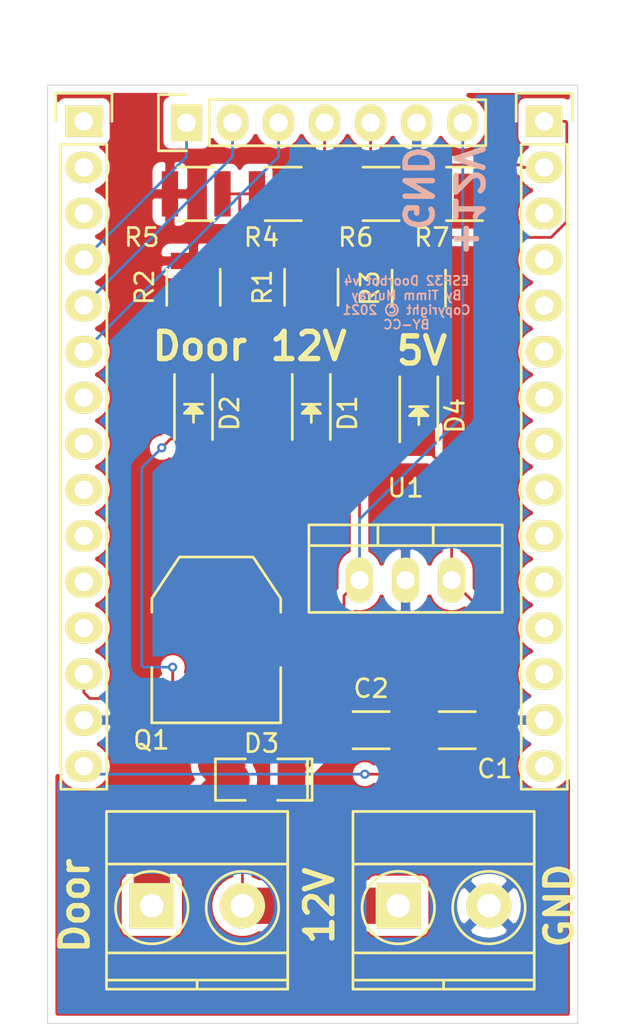
<source format=kicad_pcb>
(kicad_pcb (version 20171130) (host pcbnew "(5.1.7)-1")

  (general
    (thickness 1.6)
    (drawings 13)
    (tracks 74)
    (zones 0)
    (modules 20)
    (nets 37)
  )

  (page A4)
  (layers
    (0 F.Cu signal)
    (31 B.Cu signal)
    (32 B.Adhes user)
    (33 F.Adhes user)
    (34 B.Paste user)
    (35 F.Paste user)
    (36 B.SilkS user)
    (37 F.SilkS user)
    (38 B.Mask user)
    (39 F.Mask user)
    (40 Dwgs.User user)
    (41 Cmts.User user)
    (42 Eco1.User user)
    (43 Eco2.User user)
    (44 Edge.Cuts user)
    (45 Margin user)
    (46 B.CrtYd user)
    (47 F.CrtYd user)
    (48 B.Fab user)
    (49 F.Fab user)
  )

  (setup
    (last_trace_width 0.1524)
    (trace_clearance 0.1524)
    (zone_clearance 0.408)
    (zone_45_only no)
    (trace_min 0.1524)
    (via_size 0.508)
    (via_drill 0.254)
    (via_min_size 0.508)
    (via_min_drill 0.254)
    (uvia_size 0.508)
    (uvia_drill 0.254)
    (uvias_allowed no)
    (uvia_min_size 0.2)
    (uvia_min_drill 0.1)
    (edge_width 0.05)
    (segment_width 0.2)
    (pcb_text_width 0.3)
    (pcb_text_size 1.5 1.5)
    (mod_edge_width 0.12)
    (mod_text_size 1 1)
    (mod_text_width 0.15)
    (pad_size 3.6576 2.032)
    (pad_drill 0)
    (pad_to_mask_clearance 0.0508)
    (aux_axis_origin 0 0)
    (visible_elements 7FFFFFFF)
    (pcbplotparams
      (layerselection 0x010fc_ffffffff)
      (usegerberextensions false)
      (usegerberattributes true)
      (usegerberadvancedattributes true)
      (creategerberjobfile true)
      (excludeedgelayer true)
      (linewidth 2.000000)
      (plotframeref false)
      (viasonmask false)
      (mode 1)
      (useauxorigin false)
      (hpglpennumber 1)
      (hpglpenspeed 20)
      (hpglpendiameter 15.000000)
      (psnegative false)
      (psa4output false)
      (plotreference true)
      (plotvalue true)
      (plotinvisibletext false)
      (padsonsilk false)
      (subtractmaskfromsilk false)
      (outputformat 1)
      (mirror false)
      (drillshape 1)
      (scaleselection 1)
      (outputdirectory ""))
  )

  (net 0 "")
  (net 1 GND)
  (net 2 12V)
  (net 3 5V)
  (net 4 LATCH_OUT)
  (net 5 24_32_SWITCH)
  (net 6 READER_LED)
  (net 7 READER_BUZZ)
  (net 8 DOOR)
  (net 9 WIEGAND_IN2)
  (net 10 WIEGAND_IN1)
  (net 11 "Net-(D1-Pad1)")
  (net 12 "Net-(D2-Pad1)")
  (net 13 "Net-(D4-Pad1)")
  (net 14 WIEGAND_OUT2)
  (net 15 WIEGAND_OUT1)
  (net 16 "Net-(J4-Pad12)")
  (net 17 "Net-(J4-Pad11)")
  (net 18 "Net-(J4-Pad10)")
  (net 19 "Net-(J4-Pad9)")
  (net 20 "Net-(J4-Pad8)")
  (net 21 "Net-(J4-Pad7)")
  (net 22 "Net-(J4-Pad3)")
  (net 23 "Net-(J4-Pad2)")
  (net 24 "Net-(J4-Pad1)")
  (net 25 "Net-(J5-Pad3)")
  (net 26 "Net-(J5-Pad4)")
  (net 27 "Net-(J5-Pad5)")
  (net 28 "Net-(J5-Pad6)")
  (net 29 "Net-(J5-Pad7)")
  (net 30 "Net-(J5-Pad8)")
  (net 31 "Net-(J5-Pad9)")
  (net 32 "Net-(J5-Pad10)")
  (net 33 "Net-(J5-Pad11)")
  (net 34 "Net-(J5-Pad12)")
  (net 35 "Net-(J5-Pad13)")
  (net 36 "Net-(J5-Pad15)")

  (net_class Default "This is the default net class."
    (clearance 0.1524)
    (trace_width 0.1524)
    (via_dia 0.508)
    (via_drill 0.254)
    (uvia_dia 0.508)
    (uvia_drill 0.254)
    (diff_pair_width 0.1524)
    (diff_pair_gap 0.1524)
    (add_net 12V)
    (add_net 24_32_SWITCH)
    (add_net 5V)
    (add_net DOOR)
    (add_net GND)
    (add_net LATCH_OUT)
    (add_net "Net-(D1-Pad1)")
    (add_net "Net-(D2-Pad1)")
    (add_net "Net-(D4-Pad1)")
    (add_net "Net-(J4-Pad1)")
    (add_net "Net-(J4-Pad10)")
    (add_net "Net-(J4-Pad11)")
    (add_net "Net-(J4-Pad12)")
    (add_net "Net-(J4-Pad2)")
    (add_net "Net-(J4-Pad3)")
    (add_net "Net-(J4-Pad7)")
    (add_net "Net-(J4-Pad8)")
    (add_net "Net-(J4-Pad9)")
    (add_net "Net-(J5-Pad10)")
    (add_net "Net-(J5-Pad11)")
    (add_net "Net-(J5-Pad12)")
    (add_net "Net-(J5-Pad13)")
    (add_net "Net-(J5-Pad15)")
    (add_net "Net-(J5-Pad3)")
    (add_net "Net-(J5-Pad4)")
    (add_net "Net-(J5-Pad5)")
    (add_net "Net-(J5-Pad6)")
    (add_net "Net-(J5-Pad7)")
    (add_net "Net-(J5-Pad8)")
    (add_net "Net-(J5-Pad9)")
    (add_net READER_BUZZ)
    (add_net READER_LED)
    (add_net WIEGAND_IN1)
    (add_net WIEGAND_IN2)
    (add_net WIEGAND_OUT1)
    (add_net WIEGAND_OUT2)
  )

  (module Capacitors_SMD:C_1206 (layer F.Cu) (tedit 5415D7BD) (tstamp 615101C8)
    (at 115.85 133.575)
    (descr "Capacitor SMD 1206, reflow soldering, AVX (see smccp.pdf)")
    (tags "capacitor 1206")
    (path /61517F68)
    (attr smd)
    (fp_text reference C2 (at 0 -2.3) (layer F.SilkS)
      (effects (font (size 1 1) (thickness 0.15)))
    )
    (fp_text value 10uF (at 0 2.3) (layer F.Fab)
      (effects (font (size 1 1) (thickness 0.15)))
    )
    (fp_line (start -1 1.025) (end 1 1.025) (layer F.SilkS) (width 0.15))
    (fp_line (start 1 -1.025) (end -1 -1.025) (layer F.SilkS) (width 0.15))
    (fp_line (start 2.3 -1.15) (end 2.3 1.15) (layer F.CrtYd) (width 0.05))
    (fp_line (start -2.3 -1.15) (end -2.3 1.15) (layer F.CrtYd) (width 0.05))
    (fp_line (start -2.3 1.15) (end 2.3 1.15) (layer F.CrtYd) (width 0.05))
    (fp_line (start -2.3 -1.15) (end 2.3 -1.15) (layer F.CrtYd) (width 0.05))
    (pad 1 smd rect (at -1.5 0) (size 1 1.6) (layers F.Cu F.Paste F.Mask)
      (net 2 12V))
    (pad 2 smd rect (at 1.5 0) (size 1 1.6) (layers F.Cu F.Paste F.Mask)
      (net 1 GND))
    (model Capacitors_SMD.3dshapes/C_1206.wrl
      (at (xyz 0 0 0))
      (scale (xyz 1 1 1))
      (rotate (xyz 0 0 0))
    )
  )

  (module TO_SOT_Packages_SMD:SOT-223 (layer F.Cu) (tedit 6150E14B) (tstamp 6150DF0C)
    (at 107.306001 128.597001)
    (descr "module CMS SOT223 4 pins")
    (tags "CMS SOT")
    (path /61512B24)
    (attr smd)
    (fp_text reference Q1 (at -3.581001 5.527999) (layer F.SilkS)
      (effects (font (size 1 1) (thickness 0.15)))
    )
    (fp_text value ZXMP4A16G (at 0 0.762) (layer F.Fab)
      (effects (font (size 1 1) (thickness 0.15)))
    )
    (fp_line (start -3.556 1.524) (end -3.556 4.572) (layer F.SilkS) (width 0.15))
    (fp_line (start -3.556 4.572) (end 3.556 4.572) (layer F.SilkS) (width 0.15))
    (fp_line (start 3.556 4.572) (end 3.556 1.524) (layer F.SilkS) (width 0.15))
    (fp_line (start -3.556 -1.524) (end -3.556 -2.286) (layer F.SilkS) (width 0.15))
    (fp_line (start -3.556 -2.286) (end -2.032 -4.572) (layer F.SilkS) (width 0.15))
    (fp_line (start -2.032 -4.572) (end 2.032 -4.572) (layer F.SilkS) (width 0.15))
    (fp_line (start 2.032 -4.572) (end 3.556 -2.286) (layer F.SilkS) (width 0.15))
    (fp_line (start 3.556 -2.286) (end 3.556 -1.524) (layer F.SilkS) (width 0.15))
    (pad 4 smd rect (at 0 -3.302) (size 3.6576 2.032) (layers F.Cu F.Paste F.Mask)
      (net 4 LATCH_OUT))
    (pad 2 smd rect (at 0 3.302) (size 1.016 2.032) (layers F.Cu F.Paste F.Mask)
      (net 4 LATCH_OUT))
    (pad 3 smd rect (at 2.286 3.302) (size 1.016 2.032) (layers F.Cu F.Paste F.Mask)
      (net 1 GND))
    (pad 1 smd rect (at -2.286 3.302) (size 1.016 2.032) (layers F.Cu F.Paste F.Mask)
      (net 8 DOOR))
    (model TO_SOT_Packages_SMD.3dshapes/SOT-223.wrl
      (at (xyz 0 0 0))
      (scale (xyz 0.4 0.4 0.4))
      (rotate (xyz 0 0 0))
    )
  )

  (module LEDs:LED-1206 (layer F.Cu) (tedit 55BDE2E8) (tstamp 60841A70)
    (at 118.48 116.23 270)
    (descr "LED 1206 smd package")
    (tags "LED1206 SMD")
    (path /60611FCC)
    (attr smd)
    (fp_text reference D4 (at 0 -2 90) (layer F.SilkS)
      (effects (font (size 1 1) (thickness 0.15)))
    )
    (fp_text value LED (at 0 2 90) (layer F.Fab)
      (effects (font (size 1 1) (thickness 0.15)))
    )
    (fp_line (start 2.5 1.25) (end 2.5 -1.25) (layer F.CrtYd) (width 0.05))
    (fp_line (start -2.5 1.25) (end 2.5 1.25) (layer F.CrtYd) (width 0.05))
    (fp_line (start -2.5 -1.25) (end -2.5 1.25) (layer F.CrtYd) (width 0.05))
    (fp_line (start 2.5 -1.25) (end -2.5 -1.25) (layer F.CrtYd) (width 0.05))
    (fp_line (start 0 0.5) (end -0.5 0) (layer F.SilkS) (width 0.15))
    (fp_line (start 0 -0.5) (end 0 0.5) (layer F.SilkS) (width 0.15))
    (fp_line (start -0.5 0) (end 0 -0.5) (layer F.SilkS) (width 0.15))
    (fp_line (start 0 0) (end 0.5 0) (layer F.SilkS) (width 0.15))
    (fp_line (start -0.5 -0.5) (end -0.5 0.5) (layer F.SilkS) (width 0.15))
    (fp_line (start -0.2 0.05) (end -0.25 0) (layer F.SilkS) (width 0.15))
    (fp_line (start -0.2 -0.2) (end -0.2 0.05) (layer F.SilkS) (width 0.15))
    (fp_line (start -0.4 0) (end -0.2 -0.2) (layer F.SilkS) (width 0.15))
    (fp_line (start -0.1 0.3) (end -0.4 0) (layer F.SilkS) (width 0.15))
    (fp_line (start -0.1 -0.3) (end -0.1 0.3) (layer F.SilkS) (width 0.15))
    (fp_line (start -2.15 -1.05) (end 1.45 -1.05) (layer F.SilkS) (width 0.15))
    (fp_line (start -2.15 1.05) (end 1.45 1.05) (layer F.SilkS) (width 0.15))
    (pad 2 smd rect (at 1.41986 0 90) (size 1.59766 1.80086) (layers F.Cu F.Paste F.Mask)
      (net 3 5V))
    (pad 1 smd rect (at -1.41986 0 90) (size 1.59766 1.80086) (layers F.Cu F.Paste F.Mask)
      (net 13 "Net-(D4-Pad1)"))
  )

  (module Capacitors_SMD:C_1206 (layer F.Cu) (tedit 5415D7BD) (tstamp 60836489)
    (at 120.6 133.575 180)
    (descr "Capacitor SMD 1206, reflow soldering, AVX (see smccp.pdf)")
    (tags "capacitor 1206")
    (path /606078C6)
    (attr smd)
    (fp_text reference C1 (at -2.074 -2.128) (layer F.SilkS)
      (effects (font (size 1 1) (thickness 0.15)))
    )
    (fp_text value 22uF (at 0 2.3) (layer F.Fab)
      (effects (font (size 1 1) (thickness 0.15)))
    )
    (fp_line (start -2.3 -1.15) (end 2.3 -1.15) (layer F.CrtYd) (width 0.05))
    (fp_line (start -2.3 1.15) (end 2.3 1.15) (layer F.CrtYd) (width 0.05))
    (fp_line (start -2.3 -1.15) (end -2.3 1.15) (layer F.CrtYd) (width 0.05))
    (fp_line (start 2.3 -1.15) (end 2.3 1.15) (layer F.CrtYd) (width 0.05))
    (fp_line (start 1 -1.025) (end -1 -1.025) (layer F.SilkS) (width 0.15))
    (fp_line (start -1 1.025) (end 1 1.025) (layer F.SilkS) (width 0.15))
    (pad 2 smd rect (at 1.5 0 180) (size 1 1.6) (layers F.Cu F.Paste F.Mask)
      (net 1 GND))
    (pad 1 smd rect (at -1.5 0 180) (size 1 1.6) (layers F.Cu F.Paste F.Mask)
      (net 3 5V))
    (model Capacitors_SMD.3dshapes/C_1206.wrl
      (at (xyz 0 0 0))
      (scale (xyz 1 1 1))
      (rotate (xyz 0 0 0))
    )
  )

  (module Pin_Headers:Pin_Header_Straight_1x07 (layer F.Cu) (tedit 0) (tstamp 608364B3)
    (at 105.664 100.076 90)
    (descr "Through hole pin header")
    (tags "pin header")
    (path /608355C5)
    (fp_text reference J1 (at 0 -5.1 90) (layer F.SilkS)
      (effects (font (size 1 1) (thickness 0.15)))
    )
    (fp_text value Conn_01x07_Male (at 0 -3.1 90) (layer F.Fab)
      (effects (font (size 1 1) (thickness 0.15)))
    )
    (fp_line (start -1.55 -1.55) (end 1.55 -1.55) (layer F.SilkS) (width 0.15))
    (fp_line (start -1.55 0) (end -1.55 -1.55) (layer F.SilkS) (width 0.15))
    (fp_line (start 1.27 1.27) (end -1.27 1.27) (layer F.SilkS) (width 0.15))
    (fp_line (start 1.55 -1.55) (end 1.55 0) (layer F.SilkS) (width 0.15))
    (fp_line (start -1.27 16.51) (end -1.27 1.27) (layer F.SilkS) (width 0.15))
    (fp_line (start 1.27 16.51) (end -1.27 16.51) (layer F.SilkS) (width 0.15))
    (fp_line (start 1.27 1.27) (end 1.27 16.51) (layer F.SilkS) (width 0.15))
    (fp_line (start -1.75 17) (end 1.75 17) (layer F.CrtYd) (width 0.05))
    (fp_line (start -1.75 -1.75) (end 1.75 -1.75) (layer F.CrtYd) (width 0.05))
    (fp_line (start 1.75 -1.75) (end 1.75 17) (layer F.CrtYd) (width 0.05))
    (fp_line (start -1.75 -1.75) (end -1.75 17) (layer F.CrtYd) (width 0.05))
    (pad 1 thru_hole rect (at 0 0 90) (size 2.032 1.7272) (drill 1.016) (layers *.Cu *.Mask F.SilkS)
      (net 5 24_32_SWITCH))
    (pad 2 thru_hole oval (at 0 2.54 90) (size 2.032 1.7272) (drill 1.016) (layers *.Cu *.Mask F.SilkS)
      (net 6 READER_LED))
    (pad 3 thru_hole oval (at 0 5.08 90) (size 2.032 1.7272) (drill 1.016) (layers *.Cu *.Mask F.SilkS)
      (net 7 READER_BUZZ))
    (pad 4 thru_hole oval (at 0 7.62 90) (size 2.032 1.7272) (drill 1.016) (layers *.Cu *.Mask F.SilkS)
      (net 9 WIEGAND_IN2))
    (pad 5 thru_hole oval (at 0 10.16 90) (size 2.032 1.7272) (drill 1.016) (layers *.Cu *.Mask F.SilkS)
      (net 10 WIEGAND_IN1))
    (pad 6 thru_hole oval (at 0 12.7 90) (size 2.032 1.7272) (drill 1.016) (layers *.Cu *.Mask F.SilkS)
      (net 1 GND))
    (pad 7 thru_hole oval (at 0 15.24 90) (size 2.032 1.7272) (drill 1.016) (layers *.Cu *.Mask F.SilkS)
      (net 2 12V))
    (model Pin_Headers.3dshapes/Pin_Header_Straight_1x07.wrl
      (offset (xyz 0 -7.619999885559082 0))
      (scale (xyz 1 1 1))
      (rotate (xyz 0 0 90))
    )
  )

  (module Terminal_Blocks:TerminalBlock_Pheonix_MKDS1.5-2pol (layer F.Cu) (tedit 563007E4) (tstamp 608364C7)
    (at 103.75 143.256)
    (descr "2-way 5mm pitch terminal block, Phoenix MKDS series")
    (path /60482C20)
    (fp_text reference J2 (at 2.5 5.9) (layer F.SilkS) hide
      (effects (font (size 1 1) (thickness 0.15)))
    )
    (fp_text value Conn_01x02_Female (at 2.5 -6.6) (layer F.Fab)
      (effects (font (size 1 1) (thickness 0.15)))
    )
    (fp_line (start -2.5 -5.2) (end -2.5 4.6) (layer F.SilkS) (width 0.15))
    (fp_line (start 7.5 -5.2) (end -2.5 -5.2) (layer F.SilkS) (width 0.15))
    (fp_line (start 7.5 4.6) (end 7.5 -5.2) (layer F.SilkS) (width 0.15))
    (fp_line (start -2.5 4.6) (end 7.5 4.6) (layer F.SilkS) (width 0.15))
    (fp_line (start -2.5 4.1) (end 7.5 4.1) (layer F.SilkS) (width 0.15))
    (fp_line (start -2.5 -2.3) (end 7.5 -2.3) (layer F.SilkS) (width 0.15))
    (fp_line (start -2.5 2.6) (end 7.5 2.6) (layer F.SilkS) (width 0.15))
    (fp_circle (center 0 0.1) (end 2 0.1) (layer F.SilkS) (width 0.15))
    (fp_circle (center 5 0.1) (end 3 0.1) (layer F.SilkS) (width 0.15))
    (fp_line (start 2.5 4.1) (end 2.5 4.6) (layer F.SilkS) (width 0.15))
    (fp_line (start 7.7 -5.4) (end 7.7 4.8) (layer F.CrtYd) (width 0.05))
    (fp_line (start 7.7 4.8) (end -2.7 4.8) (layer F.CrtYd) (width 0.05))
    (fp_line (start -2.7 4.8) (end -2.7 -5.4) (layer F.CrtYd) (width 0.05))
    (fp_line (start -2.7 -5.4) (end 7.7 -5.4) (layer F.CrtYd) (width 0.05))
    (pad 1 thru_hole rect (at 0 0) (size 2.5 2.5) (drill 1.3) (layers *.Cu *.Mask F.SilkS)
      (net 4 LATCH_OUT))
    (pad 2 thru_hole circle (at 5 0) (size 2.5 2.5) (drill 1.3) (layers *.Cu *.Mask F.SilkS)
      (net 2 12V))
    (model Terminal_Blocks.3dshapes/TerminalBlock_Pheonix_MKDS1.5-2pol.wrl
      (offset (xyz 2.499359962463379 0 0))
      (scale (xyz 1 1 1))
      (rotate (xyz 0 0 0))
    )
  )

  (module Terminal_Blocks:TerminalBlock_Pheonix_MKDS1.5-2pol (layer F.Cu) (tedit 563007E4) (tstamp 608364DB)
    (at 117.348 143.256)
    (descr "2-way 5mm pitch terminal block, Phoenix MKDS series")
    (path /60844277)
    (fp_text reference J3 (at 2.5 5.9) (layer F.SilkS) hide
      (effects (font (size 1 1) (thickness 0.15)))
    )
    (fp_text value Barrel_Jack (at 2.5 -6.6) (layer F.Fab)
      (effects (font (size 1 1) (thickness 0.15)))
    )
    (fp_line (start -2.7 -5.4) (end 7.7 -5.4) (layer F.CrtYd) (width 0.05))
    (fp_line (start -2.7 4.8) (end -2.7 -5.4) (layer F.CrtYd) (width 0.05))
    (fp_line (start 7.7 4.8) (end -2.7 4.8) (layer F.CrtYd) (width 0.05))
    (fp_line (start 7.7 -5.4) (end 7.7 4.8) (layer F.CrtYd) (width 0.05))
    (fp_line (start 2.5 4.1) (end 2.5 4.6) (layer F.SilkS) (width 0.15))
    (fp_circle (center 5 0.1) (end 3 0.1) (layer F.SilkS) (width 0.15))
    (fp_circle (center 0 0.1) (end 2 0.1) (layer F.SilkS) (width 0.15))
    (fp_line (start -2.5 2.6) (end 7.5 2.6) (layer F.SilkS) (width 0.15))
    (fp_line (start -2.5 -2.3) (end 7.5 -2.3) (layer F.SilkS) (width 0.15))
    (fp_line (start -2.5 4.1) (end 7.5 4.1) (layer F.SilkS) (width 0.15))
    (fp_line (start -2.5 4.6) (end 7.5 4.6) (layer F.SilkS) (width 0.15))
    (fp_line (start 7.5 4.6) (end 7.5 -5.2) (layer F.SilkS) (width 0.15))
    (fp_line (start 7.5 -5.2) (end -2.5 -5.2) (layer F.SilkS) (width 0.15))
    (fp_line (start -2.5 -5.2) (end -2.5 4.6) (layer F.SilkS) (width 0.15))
    (pad 2 thru_hole circle (at 5 0) (size 2.5 2.5) (drill 1.3) (layers *.Cu *.Mask F.SilkS)
      (net 1 GND))
    (pad 1 thru_hole rect (at 0 0) (size 2.5 2.5) (drill 1.3) (layers *.Cu *.Mask F.SilkS)
      (net 2 12V))
    (model Terminal_Blocks.3dshapes/TerminalBlock_Pheonix_MKDS1.5-2pol.wrl
      (offset (xyz 2.499359962463379 0 0))
      (scale (xyz 1 1 1))
      (rotate (xyz 0 0 0))
    )
  )

  (module Pin_Headers:Pin_Header_Straight_1x15 (layer F.Cu) (tedit 0) (tstamp 608364F9)
    (at 100 100)
    (descr "Through hole pin header")
    (tags "pin header")
    (path /608610DB)
    (fp_text reference J4 (at 0 -5.1) (layer F.SilkS) hide
      (effects (font (size 1 1) (thickness 0.15)))
    )
    (fp_text value WROOM32_1 (at 0 -3.1) (layer F.Fab)
      (effects (font (size 1 1) (thickness 0.15)))
    )
    (fp_line (start -1.75 -1.75) (end -1.75 37.35) (layer F.CrtYd) (width 0.05))
    (fp_line (start 1.75 -1.75) (end 1.75 37.35) (layer F.CrtYd) (width 0.05))
    (fp_line (start -1.75 -1.75) (end 1.75 -1.75) (layer F.CrtYd) (width 0.05))
    (fp_line (start -1.75 37.35) (end 1.75 37.35) (layer F.CrtYd) (width 0.05))
    (fp_line (start -1.27 1.27) (end -1.27 36.83) (layer F.SilkS) (width 0.15))
    (fp_line (start -1.27 36.83) (end 1.27 36.83) (layer F.SilkS) (width 0.15))
    (fp_line (start 1.27 36.83) (end 1.27 1.27) (layer F.SilkS) (width 0.15))
    (fp_line (start 1.55 -1.55) (end 1.55 0) (layer F.SilkS) (width 0.15))
    (fp_line (start 1.27 1.27) (end -1.27 1.27) (layer F.SilkS) (width 0.15))
    (fp_line (start -1.55 0) (end -1.55 -1.55) (layer F.SilkS) (width 0.15))
    (fp_line (start -1.55 -1.55) (end 1.55 -1.55) (layer F.SilkS) (width 0.15))
    (pad 15 thru_hole oval (at 0 35.56) (size 2.032 1.7272) (drill 1.016) (layers *.Cu *.Mask F.SilkS)
      (net 3 5V))
    (pad 14 thru_hole oval (at 0 33.02) (size 2.032 1.7272) (drill 1.016) (layers *.Cu *.Mask F.SilkS)
      (net 1 GND))
    (pad 13 thru_hole oval (at 0 30.48) (size 2.032 1.7272) (drill 1.016) (layers *.Cu *.Mask F.SilkS)
      (net 8 DOOR))
    (pad 12 thru_hole oval (at 0 27.94) (size 2.032 1.7272) (drill 1.016) (layers *.Cu *.Mask F.SilkS)
      (net 16 "Net-(J4-Pad12)"))
    (pad 11 thru_hole oval (at 0 25.4) (size 2.032 1.7272) (drill 1.016) (layers *.Cu *.Mask F.SilkS)
      (net 17 "Net-(J4-Pad11)"))
    (pad 10 thru_hole oval (at 0 22.86) (size 2.032 1.7272) (drill 1.016) (layers *.Cu *.Mask F.SilkS)
      (net 18 "Net-(J4-Pad10)"))
    (pad 9 thru_hole oval (at 0 20.32) (size 2.032 1.7272) (drill 1.016) (layers *.Cu *.Mask F.SilkS)
      (net 19 "Net-(J4-Pad9)"))
    (pad 8 thru_hole oval (at 0 17.78) (size 2.032 1.7272) (drill 1.016) (layers *.Cu *.Mask F.SilkS)
      (net 20 "Net-(J4-Pad8)"))
    (pad 7 thru_hole oval (at 0 15.24) (size 2.032 1.7272) (drill 1.016) (layers *.Cu *.Mask F.SilkS)
      (net 21 "Net-(J4-Pad7)"))
    (pad 6 thru_hole oval (at 0 12.7) (size 2.032 1.7272) (drill 1.016) (layers *.Cu *.Mask F.SilkS)
      (net 7 READER_BUZZ))
    (pad 5 thru_hole oval (at 0 10.16) (size 2.032 1.7272) (drill 1.016) (layers *.Cu *.Mask F.SilkS)
      (net 6 READER_LED))
    (pad 4 thru_hole oval (at 0 7.62) (size 2.032 1.7272) (drill 1.016) (layers *.Cu *.Mask F.SilkS)
      (net 5 24_32_SWITCH))
    (pad 3 thru_hole oval (at 0 5.08) (size 2.032 1.7272) (drill 1.016) (layers *.Cu *.Mask F.SilkS)
      (net 22 "Net-(J4-Pad3)"))
    (pad 2 thru_hole oval (at 0 2.54) (size 2.032 1.7272) (drill 1.016) (layers *.Cu *.Mask F.SilkS)
      (net 23 "Net-(J4-Pad2)"))
    (pad 1 thru_hole rect (at 0 0) (size 2.032 1.7272) (drill 1.016) (layers *.Cu *.Mask F.SilkS)
      (net 24 "Net-(J4-Pad1)"))
    (model Pin_Headers.3dshapes/Pin_Header_Straight_1x15.wrl
      (offset (xyz 0 -17.77999973297119 0))
      (scale (xyz 1 1 1))
      (rotate (xyz 0 0 90))
    )
  )

  (module Pin_Headers:Pin_Header_Straight_1x15 (layer F.Cu) (tedit 0) (tstamp 60836517)
    (at 125.4 100)
    (descr "Through hole pin header")
    (tags "pin header")
    (path /60861B21)
    (fp_text reference J5 (at 0 -5.1) (layer F.SilkS) hide
      (effects (font (size 1 1) (thickness 0.15)))
    )
    (fp_text value WROOM32_2 (at 0 -3.1) (layer F.Fab)
      (effects (font (size 1 1) (thickness 0.15)))
    )
    (fp_line (start -1.55 -1.55) (end 1.55 -1.55) (layer F.SilkS) (width 0.15))
    (fp_line (start -1.55 0) (end -1.55 -1.55) (layer F.SilkS) (width 0.15))
    (fp_line (start 1.27 1.27) (end -1.27 1.27) (layer F.SilkS) (width 0.15))
    (fp_line (start 1.55 -1.55) (end 1.55 0) (layer F.SilkS) (width 0.15))
    (fp_line (start 1.27 36.83) (end 1.27 1.27) (layer F.SilkS) (width 0.15))
    (fp_line (start -1.27 36.83) (end 1.27 36.83) (layer F.SilkS) (width 0.15))
    (fp_line (start -1.27 1.27) (end -1.27 36.83) (layer F.SilkS) (width 0.15))
    (fp_line (start -1.75 37.35) (end 1.75 37.35) (layer F.CrtYd) (width 0.05))
    (fp_line (start -1.75 -1.75) (end 1.75 -1.75) (layer F.CrtYd) (width 0.05))
    (fp_line (start 1.75 -1.75) (end 1.75 37.35) (layer F.CrtYd) (width 0.05))
    (fp_line (start -1.75 -1.75) (end -1.75 37.35) (layer F.CrtYd) (width 0.05))
    (pad 1 thru_hole rect (at 0 0) (size 2.032 1.7272) (drill 1.016) (layers *.Cu *.Mask F.SilkS)
      (net 14 WIEGAND_OUT2))
    (pad 2 thru_hole oval (at 0 2.54) (size 2.032 1.7272) (drill 1.016) (layers *.Cu *.Mask F.SilkS)
      (net 15 WIEGAND_OUT1))
    (pad 3 thru_hole oval (at 0 5.08) (size 2.032 1.7272) (drill 1.016) (layers *.Cu *.Mask F.SilkS)
      (net 25 "Net-(J5-Pad3)"))
    (pad 4 thru_hole oval (at 0 7.62) (size 2.032 1.7272) (drill 1.016) (layers *.Cu *.Mask F.SilkS)
      (net 26 "Net-(J5-Pad4)"))
    (pad 5 thru_hole oval (at 0 10.16) (size 2.032 1.7272) (drill 1.016) (layers *.Cu *.Mask F.SilkS)
      (net 27 "Net-(J5-Pad5)"))
    (pad 6 thru_hole oval (at 0 12.7) (size 2.032 1.7272) (drill 1.016) (layers *.Cu *.Mask F.SilkS)
      (net 28 "Net-(J5-Pad6)"))
    (pad 7 thru_hole oval (at 0 15.24) (size 2.032 1.7272) (drill 1.016) (layers *.Cu *.Mask F.SilkS)
      (net 29 "Net-(J5-Pad7)"))
    (pad 8 thru_hole oval (at 0 17.78) (size 2.032 1.7272) (drill 1.016) (layers *.Cu *.Mask F.SilkS)
      (net 30 "Net-(J5-Pad8)"))
    (pad 9 thru_hole oval (at 0 20.32) (size 2.032 1.7272) (drill 1.016) (layers *.Cu *.Mask F.SilkS)
      (net 31 "Net-(J5-Pad9)"))
    (pad 10 thru_hole oval (at 0 22.86) (size 2.032 1.7272) (drill 1.016) (layers *.Cu *.Mask F.SilkS)
      (net 32 "Net-(J5-Pad10)"))
    (pad 11 thru_hole oval (at 0 25.4) (size 2.032 1.7272) (drill 1.016) (layers *.Cu *.Mask F.SilkS)
      (net 33 "Net-(J5-Pad11)"))
    (pad 12 thru_hole oval (at 0 27.94) (size 2.032 1.7272) (drill 1.016) (layers *.Cu *.Mask F.SilkS)
      (net 34 "Net-(J5-Pad12)"))
    (pad 13 thru_hole oval (at 0 30.48) (size 2.032 1.7272) (drill 1.016) (layers *.Cu *.Mask F.SilkS)
      (net 35 "Net-(J5-Pad13)"))
    (pad 14 thru_hole oval (at 0 33.02) (size 2.032 1.7272) (drill 1.016) (layers *.Cu *.Mask F.SilkS)
      (net 1 GND))
    (pad 15 thru_hole oval (at 0 35.56) (size 2.032 1.7272) (drill 1.016) (layers *.Cu *.Mask F.SilkS)
      (net 36 "Net-(J5-Pad15)"))
    (model Pin_Headers.3dshapes/Pin_Header_Straight_1x15.wrl
      (offset (xyz 0 -17.77999973297119 0))
      (scale (xyz 1 1 1))
      (rotate (xyz 0 0 90))
    )
  )

  (module Resistors_SMD:R_1210 (layer F.Cu) (tedit 5415D182) (tstamp 60836533)
    (at 112.55 109.15 90)
    (descr "Resistor SMD 1210, reflow soldering, Vishay (see dcrcw.pdf)")
    (tags "resistor 1210")
    (path /603AF7E7)
    (attr smd)
    (fp_text reference R1 (at 0 -2.7 90) (layer F.SilkS)
      (effects (font (size 1 1) (thickness 0.15)))
    )
    (fp_text value 1K (at 0 2.7 90) (layer F.Fab)
      (effects (font (size 1 1) (thickness 0.15)))
    )
    (fp_line (start -1 -1.475) (end 1 -1.475) (layer F.SilkS) (width 0.15))
    (fp_line (start 1 1.475) (end -1 1.475) (layer F.SilkS) (width 0.15))
    (fp_line (start 2.2 -1.6) (end 2.2 1.6) (layer F.CrtYd) (width 0.05))
    (fp_line (start -2.2 -1.6) (end -2.2 1.6) (layer F.CrtYd) (width 0.05))
    (fp_line (start -2.2 1.6) (end 2.2 1.6) (layer F.CrtYd) (width 0.05))
    (fp_line (start -2.2 -1.6) (end 2.2 -1.6) (layer F.CrtYd) (width 0.05))
    (pad 1 smd rect (at -1.45 0 90) (size 0.9 2.5) (layers F.Cu F.Paste F.Mask)
      (net 11 "Net-(D1-Pad1)"))
    (pad 2 smd rect (at 1.45 0 90) (size 0.9 2.5) (layers F.Cu F.Paste F.Mask)
      (net 1 GND))
    (model Resistors_SMD.3dshapes/R_1210.wrl
      (at (xyz 0 0 0))
      (scale (xyz 1 1 1))
      (rotate (xyz 0 0 0))
    )
  )

  (module Resistors_SMD:R_1210 (layer F.Cu) (tedit 5415D182) (tstamp 6083653F)
    (at 106.05 109.15 90)
    (descr "Resistor SMD 1210, reflow soldering, Vishay (see dcrcw.pdf)")
    (tags "resistor 1210")
    (path /6061821F)
    (attr smd)
    (fp_text reference R2 (at 0 -2.7 90) (layer F.SilkS)
      (effects (font (size 1 1) (thickness 0.15)))
    )
    (fp_text value 1K (at 0 2.7 90) (layer F.Fab)
      (effects (font (size 1 1) (thickness 0.15)))
    )
    (fp_line (start -2.2 -1.6) (end 2.2 -1.6) (layer F.CrtYd) (width 0.05))
    (fp_line (start -2.2 1.6) (end 2.2 1.6) (layer F.CrtYd) (width 0.05))
    (fp_line (start -2.2 -1.6) (end -2.2 1.6) (layer F.CrtYd) (width 0.05))
    (fp_line (start 2.2 -1.6) (end 2.2 1.6) (layer F.CrtYd) (width 0.05))
    (fp_line (start 1 1.475) (end -1 1.475) (layer F.SilkS) (width 0.15))
    (fp_line (start -1 -1.475) (end 1 -1.475) (layer F.SilkS) (width 0.15))
    (pad 2 smd rect (at 1.45 0 90) (size 0.9 2.5) (layers F.Cu F.Paste F.Mask)
      (net 1 GND))
    (pad 1 smd rect (at -1.45 0 90) (size 0.9 2.5) (layers F.Cu F.Paste F.Mask)
      (net 12 "Net-(D2-Pad1)"))
    (model Resistors_SMD.3dshapes/R_1210.wrl
      (at (xyz 0 0 0))
      (scale (xyz 1 1 1))
      (rotate (xyz 0 0 0))
    )
  )

  (module Resistors_SMD:R_1210 (layer F.Cu) (tedit 5415D182) (tstamp 6083654B)
    (at 118.48 109.2 90)
    (descr "Resistor SMD 1210, reflow soldering, Vishay (see dcrcw.pdf)")
    (tags "resistor 1210")
    (path /6061219C)
    (attr smd)
    (fp_text reference R3 (at 0 -2.7 90) (layer F.SilkS)
      (effects (font (size 1 1) (thickness 0.15)))
    )
    (fp_text value 1K (at 0 2.7 90) (layer F.Fab)
      (effects (font (size 1 1) (thickness 0.15)))
    )
    (fp_line (start -1 -1.475) (end 1 -1.475) (layer F.SilkS) (width 0.15))
    (fp_line (start 1 1.475) (end -1 1.475) (layer F.SilkS) (width 0.15))
    (fp_line (start 2.2 -1.6) (end 2.2 1.6) (layer F.CrtYd) (width 0.05))
    (fp_line (start -2.2 -1.6) (end -2.2 1.6) (layer F.CrtYd) (width 0.05))
    (fp_line (start -2.2 1.6) (end 2.2 1.6) (layer F.CrtYd) (width 0.05))
    (fp_line (start -2.2 -1.6) (end 2.2 -1.6) (layer F.CrtYd) (width 0.05))
    (pad 1 smd rect (at -1.45 0 90) (size 0.9 2.5) (layers F.Cu F.Paste F.Mask)
      (net 13 "Net-(D4-Pad1)"))
    (pad 2 smd rect (at 1.45 0 90) (size 0.9 2.5) (layers F.Cu F.Paste F.Mask)
      (net 1 GND))
    (model Resistors_SMD.3dshapes/R_1210.wrl
      (at (xyz 0 0 0))
      (scale (xyz 1 1 1))
      (rotate (xyz 0 0 0))
    )
  )

  (module LEDs:LED-1206 (layer F.Cu) (tedit 55BDE2E8) (tstamp 60841A46)
    (at 112.55 116.1 270)
    (descr "LED 1206 smd package")
    (tags "LED1206 SMD")
    (path /603AED23)
    (attr smd)
    (fp_text reference D1 (at 0 -2 90) (layer F.SilkS)
      (effects (font (size 1 1) (thickness 0.15)))
    )
    (fp_text value LED (at 0 2 90) (layer F.Fab)
      (effects (font (size 1 1) (thickness 0.15)))
    )
    (fp_line (start -2.15 1.05) (end 1.45 1.05) (layer F.SilkS) (width 0.15))
    (fp_line (start -2.15 -1.05) (end 1.45 -1.05) (layer F.SilkS) (width 0.15))
    (fp_line (start -0.1 -0.3) (end -0.1 0.3) (layer F.SilkS) (width 0.15))
    (fp_line (start -0.1 0.3) (end -0.4 0) (layer F.SilkS) (width 0.15))
    (fp_line (start -0.4 0) (end -0.2 -0.2) (layer F.SilkS) (width 0.15))
    (fp_line (start -0.2 -0.2) (end -0.2 0.05) (layer F.SilkS) (width 0.15))
    (fp_line (start -0.2 0.05) (end -0.25 0) (layer F.SilkS) (width 0.15))
    (fp_line (start -0.5 -0.5) (end -0.5 0.5) (layer F.SilkS) (width 0.15))
    (fp_line (start 0 0) (end 0.5 0) (layer F.SilkS) (width 0.15))
    (fp_line (start -0.5 0) (end 0 -0.5) (layer F.SilkS) (width 0.15))
    (fp_line (start 0 -0.5) (end 0 0.5) (layer F.SilkS) (width 0.15))
    (fp_line (start 0 0.5) (end -0.5 0) (layer F.SilkS) (width 0.15))
    (fp_line (start 2.5 -1.25) (end -2.5 -1.25) (layer F.CrtYd) (width 0.05))
    (fp_line (start -2.5 -1.25) (end -2.5 1.25) (layer F.CrtYd) (width 0.05))
    (fp_line (start -2.5 1.25) (end 2.5 1.25) (layer F.CrtYd) (width 0.05))
    (fp_line (start 2.5 1.25) (end 2.5 -1.25) (layer F.CrtYd) (width 0.05))
    (pad 1 smd rect (at -1.41986 0 90) (size 1.59766 1.80086) (layers F.Cu F.Paste F.Mask)
      (net 11 "Net-(D1-Pad1)"))
    (pad 2 smd rect (at 1.41986 0 90) (size 1.59766 1.80086) (layers F.Cu F.Paste F.Mask)
      (net 2 12V))
  )

  (module LEDs:LED-1206 (layer F.Cu) (tedit 55BDE2E8) (tstamp 60841A5B)
    (at 106.05 116.1 270)
    (descr "LED 1206 smd package")
    (tags "LED1206 SMD")
    (path /6061801A)
    (attr smd)
    (fp_text reference D2 (at 0 -2 90) (layer F.SilkS)
      (effects (font (size 1 1) (thickness 0.15)))
    )
    (fp_text value LED (at 0 2 90) (layer F.Fab)
      (effects (font (size 1 1) (thickness 0.15)))
    )
    (fp_line (start 2.5 1.25) (end 2.5 -1.25) (layer F.CrtYd) (width 0.05))
    (fp_line (start -2.5 1.25) (end 2.5 1.25) (layer F.CrtYd) (width 0.05))
    (fp_line (start -2.5 -1.25) (end -2.5 1.25) (layer F.CrtYd) (width 0.05))
    (fp_line (start 2.5 -1.25) (end -2.5 -1.25) (layer F.CrtYd) (width 0.05))
    (fp_line (start 0 0.5) (end -0.5 0) (layer F.SilkS) (width 0.15))
    (fp_line (start 0 -0.5) (end 0 0.5) (layer F.SilkS) (width 0.15))
    (fp_line (start -0.5 0) (end 0 -0.5) (layer F.SilkS) (width 0.15))
    (fp_line (start 0 0) (end 0.5 0) (layer F.SilkS) (width 0.15))
    (fp_line (start -0.5 -0.5) (end -0.5 0.5) (layer F.SilkS) (width 0.15))
    (fp_line (start -0.2 0.05) (end -0.25 0) (layer F.SilkS) (width 0.15))
    (fp_line (start -0.2 -0.2) (end -0.2 0.05) (layer F.SilkS) (width 0.15))
    (fp_line (start -0.4 0) (end -0.2 -0.2) (layer F.SilkS) (width 0.15))
    (fp_line (start -0.1 0.3) (end -0.4 0) (layer F.SilkS) (width 0.15))
    (fp_line (start -0.1 -0.3) (end -0.1 0.3) (layer F.SilkS) (width 0.15))
    (fp_line (start -2.15 -1.05) (end 1.45 -1.05) (layer F.SilkS) (width 0.15))
    (fp_line (start -2.15 1.05) (end 1.45 1.05) (layer F.SilkS) (width 0.15))
    (pad 2 smd rect (at 1.41986 0 90) (size 1.59766 1.80086) (layers F.Cu F.Paste F.Mask)
      (net 8 DOOR))
    (pad 1 smd rect (at -1.41986 0 90) (size 1.59766 1.80086) (layers F.Cu F.Paste F.Mask)
      (net 12 "Net-(D2-Pad1)"))
  )

  (module SMD_Packages:SMD-1206_Pol (layer F.Cu) (tedit 0) (tstamp 60842453)
    (at 109.8 136.3 180)
    (path /603A8238)
    (attr smd)
    (fp_text reference D3 (at 0 2) (layer F.SilkS)
      (effects (font (size 1 1) (thickness 0.15)))
    )
    (fp_text value D_Schottky (at 0 0) (layer F.Fab)
      (effects (font (size 1 1) (thickness 0.15)))
    )
    (fp_line (start -2.54 -1.143) (end -2.794 -1.143) (layer F.SilkS) (width 0.15))
    (fp_line (start -2.794 -1.143) (end -2.794 1.143) (layer F.SilkS) (width 0.15))
    (fp_line (start -2.794 1.143) (end -2.54 1.143) (layer F.SilkS) (width 0.15))
    (fp_line (start -2.54 -1.143) (end -2.54 1.143) (layer F.SilkS) (width 0.15))
    (fp_line (start -2.54 1.143) (end -0.889 1.143) (layer F.SilkS) (width 0.15))
    (fp_line (start 0.889 -1.143) (end 2.54 -1.143) (layer F.SilkS) (width 0.15))
    (fp_line (start 2.54 -1.143) (end 2.54 1.143) (layer F.SilkS) (width 0.15))
    (fp_line (start 2.54 1.143) (end 0.889 1.143) (layer F.SilkS) (width 0.15))
    (fp_line (start -0.889 -1.143) (end -2.54 -1.143) (layer F.SilkS) (width 0.15))
    (pad 1 smd rect (at -1.651 0 180) (size 1.524 2.032) (layers F.Cu F.Paste F.Mask)
      (net 2 12V))
    (pad 2 smd rect (at 1.651 0 180) (size 1.524 2.032) (layers F.Cu F.Paste F.Mask)
      (net 4 LATCH_OUT))
    (model SMD_Packages.3dshapes/SMD-1206_Pol.wrl
      (at (xyz 0 0 0))
      (scale (xyz 0.17 0.16 0.16))
      (rotate (xyz 0 0 0))
    )
  )

  (module Resistors_SMD:R_1210 (layer F.Cu) (tedit 5415D182) (tstamp 60E0EE14)
    (at 111 104 180)
    (descr "Resistor SMD 1210, reflow soldering, Vishay (see dcrcw.pdf)")
    (tags "resistor 1210")
    (path /60E15F7D)
    (attr smd)
    (fp_text reference R4 (at 1.2 -2.4) (layer F.SilkS)
      (effects (font (size 1 1) (thickness 0.15)))
    )
    (fp_text value 1k (at 0 2.7) (layer F.Fab)
      (effects (font (size 1 1) (thickness 0.15)))
    )
    (fp_line (start -1 -1.475) (end 1 -1.475) (layer F.SilkS) (width 0.15))
    (fp_line (start 1 1.475) (end -1 1.475) (layer F.SilkS) (width 0.15))
    (fp_line (start 2.2 -1.6) (end 2.2 1.6) (layer F.CrtYd) (width 0.05))
    (fp_line (start -2.2 -1.6) (end -2.2 1.6) (layer F.CrtYd) (width 0.05))
    (fp_line (start -2.2 1.6) (end 2.2 1.6) (layer F.CrtYd) (width 0.05))
    (fp_line (start -2.2 -1.6) (end 2.2 -1.6) (layer F.CrtYd) (width 0.05))
    (pad 2 smd rect (at 1.45 0 180) (size 0.9 2.5) (layers F.Cu F.Paste F.Mask)
      (net 14 WIEGAND_OUT2))
    (pad 1 smd rect (at -1.45 0 180) (size 0.9 2.5) (layers F.Cu F.Paste F.Mask)
      (net 9 WIEGAND_IN2))
    (model Resistors_SMD.3dshapes/R_1210.wrl
      (at (xyz 0 0 0))
      (scale (xyz 1 1 1))
      (rotate (xyz 0 0 0))
    )
  )

  (module Resistors_SMD:R_1210 (layer F.Cu) (tedit 5415D182) (tstamp 60E0EE20)
    (at 106.2 104 180)
    (descr "Resistor SMD 1210, reflow soldering, Vishay (see dcrcw.pdf)")
    (tags "resistor 1210")
    (path /60E1628B)
    (attr smd)
    (fp_text reference R5 (at 3 -2.4) (layer F.SilkS)
      (effects (font (size 1 1) (thickness 0.15)))
    )
    (fp_text value 2k (at 0 2.7) (layer F.Fab)
      (effects (font (size 1 1) (thickness 0.15)))
    )
    (fp_line (start -2.2 -1.6) (end 2.2 -1.6) (layer F.CrtYd) (width 0.05))
    (fp_line (start -2.2 1.6) (end 2.2 1.6) (layer F.CrtYd) (width 0.05))
    (fp_line (start -2.2 -1.6) (end -2.2 1.6) (layer F.CrtYd) (width 0.05))
    (fp_line (start 2.2 -1.6) (end 2.2 1.6) (layer F.CrtYd) (width 0.05))
    (fp_line (start 1 1.475) (end -1 1.475) (layer F.SilkS) (width 0.15))
    (fp_line (start -1 -1.475) (end 1 -1.475) (layer F.SilkS) (width 0.15))
    (pad 1 smd rect (at -1.45 0 180) (size 0.9 2.5) (layers F.Cu F.Paste F.Mask)
      (net 14 WIEGAND_OUT2))
    (pad 2 smd rect (at 1.45 0 180) (size 0.9 2.5) (layers F.Cu F.Paste F.Mask)
      (net 1 GND))
    (model Resistors_SMD.3dshapes/R_1210.wrl
      (at (xyz 0 0 0))
      (scale (xyz 1 1 1))
      (rotate (xyz 0 0 0))
    )
  )

  (module Resistors_SMD:R_1210 (layer F.Cu) (tedit 5415D182) (tstamp 60E0EE2C)
    (at 116.4 104)
    (descr "Resistor SMD 1210, reflow soldering, Vishay (see dcrcw.pdf)")
    (tags "resistor 1210")
    (path /60E258D5)
    (attr smd)
    (fp_text reference R6 (at -1.4 2.4) (layer F.SilkS)
      (effects (font (size 1 1) (thickness 0.15)))
    )
    (fp_text value 1k (at 0 2.7) (layer F.Fab)
      (effects (font (size 1 1) (thickness 0.15)))
    )
    (fp_line (start -1 -1.475) (end 1 -1.475) (layer F.SilkS) (width 0.15))
    (fp_line (start 1 1.475) (end -1 1.475) (layer F.SilkS) (width 0.15))
    (fp_line (start 2.2 -1.6) (end 2.2 1.6) (layer F.CrtYd) (width 0.05))
    (fp_line (start -2.2 -1.6) (end -2.2 1.6) (layer F.CrtYd) (width 0.05))
    (fp_line (start -2.2 1.6) (end 2.2 1.6) (layer F.CrtYd) (width 0.05))
    (fp_line (start -2.2 -1.6) (end 2.2 -1.6) (layer F.CrtYd) (width 0.05))
    (pad 2 smd rect (at 1.45 0) (size 0.9 2.5) (layers F.Cu F.Paste F.Mask)
      (net 15 WIEGAND_OUT1))
    (pad 1 smd rect (at -1.45 0) (size 0.9 2.5) (layers F.Cu F.Paste F.Mask)
      (net 10 WIEGAND_IN1))
    (model Resistors_SMD.3dshapes/R_1210.wrl
      (at (xyz 0 0 0))
      (scale (xyz 1 1 1))
      (rotate (xyz 0 0 0))
    )
  )

  (module Resistors_SMD:R_1210 (layer F.Cu) (tedit 5415D182) (tstamp 60E0EE38)
    (at 121 104)
    (descr "Resistor SMD 1210, reflow soldering, Vishay (see dcrcw.pdf)")
    (tags "resistor 1210")
    (path /60E258DC)
    (attr smd)
    (fp_text reference R7 (at -1.8 2.4) (layer F.SilkS)
      (effects (font (size 1 1) (thickness 0.15)))
    )
    (fp_text value 2k (at 0 2.7) (layer F.Fab)
      (effects (font (size 1 1) (thickness 0.15)))
    )
    (fp_line (start -2.2 -1.6) (end 2.2 -1.6) (layer F.CrtYd) (width 0.05))
    (fp_line (start -2.2 1.6) (end 2.2 1.6) (layer F.CrtYd) (width 0.05))
    (fp_line (start -2.2 -1.6) (end -2.2 1.6) (layer F.CrtYd) (width 0.05))
    (fp_line (start 2.2 -1.6) (end 2.2 1.6) (layer F.CrtYd) (width 0.05))
    (fp_line (start 1 1.475) (end -1 1.475) (layer F.SilkS) (width 0.15))
    (fp_line (start -1 -1.475) (end 1 -1.475) (layer F.SilkS) (width 0.15))
    (pad 1 smd rect (at -1.45 0) (size 0.9 2.5) (layers F.Cu F.Paste F.Mask)
      (net 15 WIEGAND_OUT1))
    (pad 2 smd rect (at 1.45 0) (size 0.9 2.5) (layers F.Cu F.Paste F.Mask)
      (net 1 GND))
    (model Resistors_SMD.3dshapes/R_1210.wrl
      (at (xyz 0 0 0))
      (scale (xyz 1 1 1))
      (rotate (xyz 0 0 0))
    )
  )

  (module TO_SOT_Packages_THT:TO-220_Neutral123_Vertical (layer F.Cu) (tedit 0) (tstamp 615101C9)
    (at 117.75 125.3)
    (descr "TO-220, Neutral, Vertical,")
    (tags "TO-220, Neutral, Vertical,")
    (path /60607032)
    (fp_text reference U1 (at 0 -5.08) (layer F.SilkS)
      (effects (font (size 1 1) (thickness 0.15)))
    )
    (fp_text value L7805 (at 0 3.81) (layer F.Fab)
      (effects (font (size 1 1) (thickness 0.15)))
    )
    (fp_line (start 0 -3.048) (end 5.334 -3.048) (layer F.SilkS) (width 0.15))
    (fp_line (start 0 -3.048) (end -5.334 -3.048) (layer F.SilkS) (width 0.15))
    (fp_line (start -5.334 -1.905) (end -5.334 -3.048) (layer F.SilkS) (width 0.15))
    (fp_line (start 5.334 -1.905) (end -5.334 -1.905) (layer F.SilkS) (width 0.15))
    (fp_line (start 5.334 -3.048) (end 5.334 -1.905) (layer F.SilkS) (width 0.15))
    (fp_line (start -5.334 1.778) (end -5.334 -1.905) (layer F.SilkS) (width 0.15))
    (fp_line (start 5.334 1.778) (end -5.334 1.778) (layer F.SilkS) (width 0.15))
    (fp_line (start 5.334 -1.905) (end 5.334 1.778) (layer F.SilkS) (width 0.15))
    (fp_line (start 1.524 -3.048) (end 1.524 -1.905) (layer F.SilkS) (width 0.15))
    (fp_line (start -1.524 -3.048) (end -1.524 -1.905) (layer F.SilkS) (width 0.15))
    (pad 2 thru_hole oval (at 0 0 90) (size 2.49936 1.50114) (drill 1.00076) (layers *.Cu *.Mask F.SilkS)
      (net 1 GND))
    (pad 1 thru_hole oval (at -2.54 0 90) (size 2.49936 1.50114) (drill 1.00076) (layers *.Cu *.Mask F.SilkS)
      (net 2 12V))
    (pad 3 thru_hole oval (at 2.54 0 90) (size 2.49936 1.50114) (drill 1.00076) (layers *.Cu *.Mask F.SilkS)
      (net 3 5V))
    (model TO_SOT_Packages_THT.3dshapes/TO-220_Neutral123_Vertical.wrl
      (at (xyz 0 0 0))
      (scale (xyz 0.3937 0.3937 0.3937))
      (rotate (xyz 0 0 0))
    )
  )

  (gr_text GND (at 118.4 103.7 270) (layer B.SilkS)
    (effects (font (size 1.5 1.5) (thickness 0.3)) (justify mirror))
  )
  (gr_text +12V (at 121.2 104.4 270) (layer B.SilkS)
    (effects (font (size 1.5 1.5) (thickness 0.3)) (justify mirror))
  )
  (gr_text "ESP32 Doorbot v4\nBy Timm Murray\nCopyright © 2021\nBY-CC" (at 117.8 110) (layer B.SilkS)
    (effects (font (size 0.5 0.5) (thickness 0.1)) (justify mirror))
  )
  (gr_line (start 127.25 98) (end 98 98) (layer Edge.Cuts) (width 0.05) (tstamp 60837FAE))
  (gr_line (start 127.25 149.75) (end 127.25 98) (layer Edge.Cuts) (width 0.05))
  (gr_line (start 98 149.75) (end 127.25 149.75) (layer Edge.Cuts) (width 0.05))
  (gr_line (start 98 98) (end 98 149.75) (layer Edge.Cuts) (width 0.05))
  (gr_text Door (at 99.5 143.25 90) (layer F.SilkS)
    (effects (font (size 1.5 1.5) (thickness 0.3)))
  )
  (gr_text 12V (at 113 143.25 90) (layer F.SilkS)
    (effects (font (size 1.5 1.5) (thickness 0.3)))
  )
  (gr_text GND (at 126.25 143.25 90) (layer F.SilkS)
    (effects (font (size 1.5 1.5) (thickness 0.3)))
  )
  (gr_text Door (at 106.4 112.4) (layer F.SilkS)
    (effects (font (size 1.5 1.5) (thickness 0.3)))
  )
  (gr_text 12V (at 112.4 112.4) (layer F.SilkS)
    (effects (font (size 1.5 1.5) (thickness 0.3)))
  )
  (gr_text 5V (at 118.65 112.65) (layer F.SilkS)
    (effects (font (size 1.5 1.5) (thickness 0.3)))
  )

  (segment (start 117.348 143.256) (end 108.75 143.256) (width 2) (layer F.Cu) (net 2) (status 30))
  (segment (start 108.75 139.001) (end 111.451 136.3) (width 0.1524) (layer F.Cu) (net 2))
  (segment (start 108.75 143.256) (end 108.75 139.001) (width 0.1524) (layer F.Cu) (net 2))
  (segment (start 111.652 136.3) (end 114.324 133.628) (width 0.1524) (layer F.Cu) (net 2))
  (segment (start 111.451 136.3) (end 111.652 136.3) (width 0.1524) (layer F.Cu) (net 2))
  (segment (start 114.35 126.16) (end 115.21 125.3) (width 0.1524) (layer F.Cu) (net 2))
  (segment (start 114.35 133.575) (end 114.35 126.16) (width 0.1524) (layer F.Cu) (net 2))
  (segment (start 115.21 120.17986) (end 112.55 117.51986) (width 0.1524) (layer F.Cu) (net 2))
  (segment (start 115.21 125.3) (end 115.21 120.17986) (width 0.1524) (layer F.Cu) (net 2))
  (segment (start 120.904 100.076) (end 120.904 116.246) (width 0.1524) (layer B.Cu) (net 2))
  (segment (start 115.21 121.94) (end 115.21 125.3) (width 0.1524) (layer B.Cu) (net 2))
  (segment (start 120.904 116.246) (end 115.21 121.94) (width 0.1524) (layer B.Cu) (net 2))
  (segment (start 122.404 133.628) (end 121.7516 133.628) (width 0.1524) (layer F.Cu) (net 3) (status 10))
  (via (at 115.5 136) (size 0.508) (drill 0.254) (layers F.Cu B.Cu) (net 3))
  (segment (start 119.3796 136) (end 115.5 136) (width 0.1524) (layer F.Cu) (net 3))
  (segment (start 121.7516 133.628) (end 119.3796 136) (width 0.1524) (layer F.Cu) (net 3))
  (segment (start 100.44 136) (end 100 135.56) (width 0.1524) (layer B.Cu) (net 3) (status 30))
  (segment (start 115.5 136) (end 100.44 136) (width 0.1524) (layer B.Cu) (net 3) (status 20))
  (segment (start 122.1 127.11) (end 120.29 125.3) (width 0.1524) (layer F.Cu) (net 3))
  (segment (start 122.1 133.575) (end 122.1 127.11) (width 0.1524) (layer F.Cu) (net 3))
  (segment (start 120.29 119.45986) (end 118.48 117.64986) (width 0.1524) (layer F.Cu) (net 3))
  (segment (start 120.29 125.3) (end 120.29 119.45986) (width 0.1524) (layer F.Cu) (net 3))
  (segment (start 103.75 140.699) (end 108.149 136.3) (width 2) (layer F.Cu) (net 4))
  (segment (start 103.75 143.256) (end 103.75 140.699) (width 2) (layer F.Cu) (net 4))
  (segment (start 107.306001 135.457001) (end 107.306001 131.899001) (width 2) (layer F.Cu) (net 4))
  (segment (start 108.149 136.3) (end 107.306001 135.457001) (width 2) (layer F.Cu) (net 4))
  (segment (start 107.306001 131.899001) (end 107.306001 125.295001) (width 2) (layer F.Cu) (net 4))
  (segment (start 105.664 100.5844) (end 105.664 100.076) (width 0.1524) (layer F.Cu) (net 5) (status 30))
  (segment (start 105.664 101.956) (end 105.664 100.076) (width 0.1524) (layer B.Cu) (net 5))
  (segment (start 100 107.62) (end 105.664 101.956) (width 0.1524) (layer B.Cu) (net 5))
  (segment (start 108.204 101.956) (end 108.204 100.076) (width 0.1524) (layer B.Cu) (net 6))
  (segment (start 100 110.16) (end 108.204 101.956) (width 0.1524) (layer B.Cu) (net 6))
  (segment (start 110.744 101.956) (end 110.744 100.076) (width 0.1524) (layer B.Cu) (net 7))
  (segment (start 100 112.7) (end 110.744 101.956) (width 0.1524) (layer B.Cu) (net 7))
  (segment (start 100 131.496) (end 100 130.48) (width 0.1524) (layer F.Cu) (net 8) (status 20))
  (segment (start 100.33 131.826) (end 100 131.496) (width 0.1524) (layer F.Cu) (net 8))
  (segment (start 104.902 131.826) (end 100.33 131.826) (width 0.1524) (layer F.Cu) (net 8) (status 10))
  (segment (start 104.902 131.318) (end 104.902 131.826) (width 0.1524) (layer F.Cu) (net 8) (status 30))
  (segment (start 106.25 118.2493) (end 106.80118 118.2493) (width 0.1524) (layer F.Cu) (net 8) (status 30))
  (via (at 104.9 130.1) (size 0.508) (drill 0.254) (layers F.Cu B.Cu) (net 8))
  (segment (start 104.902 130.102) (end 104.9 130.1) (width 0.1524) (layer F.Cu) (net 8))
  (segment (start 104.902 131.826) (end 104.902 130.102) (width 0.1524) (layer F.Cu) (net 8))
  (segment (start 104.9 130.1) (end 103.3 130.1) (width 0.1524) (layer B.Cu) (net 8))
  (segment (start 103.3 130.1) (end 103.2 130) (width 0.1524) (layer B.Cu) (net 8))
  (via (at 104.3 118) (size 0.508) (drill 0.254) (layers F.Cu B.Cu) (net 8))
  (segment (start 103.2 119.1) (end 104.3 118) (width 0.1524) (layer B.Cu) (net 8))
  (segment (start 103.2 130) (end 103.2 119.1) (width 0.1524) (layer B.Cu) (net 8))
  (segment (start 104.78014 117.51986) (end 106.05 117.51986) (width 0.1524) (layer F.Cu) (net 8))
  (segment (start 104.3 118) (end 104.78014 117.51986) (width 0.1524) (layer F.Cu) (net 8))
  (segment (start 113.0524 104) (end 112.45 104) (width 0.1524) (layer F.Cu) (net 9))
  (segment (start 113.284 103.7684) (end 113.0524 104) (width 0.1524) (layer F.Cu) (net 9))
  (segment (start 113.284 100.076) (end 113.284 103.7684) (width 0.1524) (layer F.Cu) (net 9))
  (segment (start 115.5524 104) (end 114.95 104) (width 0.1524) (layer F.Cu) (net 10))
  (segment (start 115.824 103.7284) (end 115.5524 104) (width 0.1524) (layer F.Cu) (net 10))
  (segment (start 115.824 100.076) (end 115.824 103.7284) (width 0.1524) (layer F.Cu) (net 10))
  (segment (start 112.55 114.68014) (end 112.55 110.6) (width 0.1524) (layer F.Cu) (net 11))
  (segment (start 106.05 114.68014) (end 106.05 110.6) (width 0.1524) (layer F.Cu) (net 12))
  (segment (start 118.48 114.81014) (end 118.48 110.65) (width 0.1524) (layer F.Cu) (net 13))
  (segment (start 109.55 104) (end 108.9476 104) (width 0.1524) (layer F.Cu) (net 14))
  (segment (start 108.9476 104) (end 108.6 104) (width 0.1524) (layer F.Cu) (net 14))
  (segment (start 108.6 104) (end 107.65 104) (width 0.1524) (layer F.Cu) (net 14))
  (segment (start 126.5684 100) (end 125.4 100) (width 0.1524) (layer F.Cu) (net 14))
  (segment (start 109.4 106.4) (end 125.777018 106.4) (width 0.1524) (layer F.Cu) (net 14))
  (segment (start 125.777018 106.4) (end 126.64461 105.532408) (width 0.1524) (layer F.Cu) (net 14))
  (segment (start 126.64461 105.532408) (end 126.64461 100.07621) (width 0.1524) (layer F.Cu) (net 14))
  (segment (start 126.64461 100.07621) (end 126.5684 100) (width 0.1524) (layer F.Cu) (net 14))
  (segment (start 108.6 104) (end 108.6 105.6) (width 0.1524) (layer F.Cu) (net 14))
  (segment (start 108.6 105.6) (end 109.4 106.4) (width 0.1524) (layer F.Cu) (net 14))
  (segment (start 117.85 104) (end 118.8 104) (width 0.1524) (layer F.Cu) (net 15))
  (segment (start 118.8 104) (end 119.55 104) (width 0.1524) (layer F.Cu) (net 15))
  (segment (start 118.8 104) (end 118.8 102.4) (width 0.1524) (layer F.Cu) (net 15))
  (segment (start 124.2316 102.54) (end 125.4 102.54) (width 0.1524) (layer F.Cu) (net 15))
  (segment (start 124.0916 102.4) (end 124.2316 102.54) (width 0.1524) (layer F.Cu) (net 15))
  (segment (start 118.8 102.4) (end 124.0916 102.4) (width 0.1524) (layer F.Cu) (net 15))

  (zone (net 1) (net_name GND) (layer B.Cu) (tstamp 60842719) (hatch edge 0.508)
    (connect_pads (clearance 0.508))
    (min_thickness 0.254)
    (fill yes (arc_segments 32) (thermal_gap 0.508) (thermal_bridge_width 0.508))
    (polygon
      (pts
        (xy 127.25 149.75) (xy 98 149.75) (xy 98 98) (xy 127.25 98)
      )
    )
    (filled_polygon
      (pts
        (xy 123.932815 98.685215) (xy 123.853463 98.781906) (xy 123.794498 98.89222) (xy 123.758188 99.011918) (xy 123.745928 99.1364)
        (xy 123.745928 100.8636) (xy 123.758188 100.988082) (xy 123.794498 101.10778) (xy 123.853463 101.218094) (xy 123.932815 101.314785)
        (xy 124.029506 101.394137) (xy 124.13982 101.453102) (xy 124.190865 101.468586) (xy 124.182803 101.475203) (xy 123.995531 101.703394)
        (xy 123.856375 101.963736) (xy 123.770684 102.246223) (xy 123.741749 102.54) (xy 123.770684 102.833777) (xy 123.856375 103.116264)
        (xy 123.995531 103.376606) (xy 124.182803 103.604797) (xy 124.410994 103.792069) (xy 124.44454 103.81) (xy 124.410994 103.827931)
        (xy 124.182803 104.015203) (xy 123.995531 104.243394) (xy 123.856375 104.503736) (xy 123.770684 104.786223) (xy 123.741749 105.08)
        (xy 123.770684 105.373777) (xy 123.856375 105.656264) (xy 123.995531 105.916606) (xy 124.182803 106.144797) (xy 124.410994 106.332069)
        (xy 124.44454 106.35) (xy 124.410994 106.367931) (xy 124.182803 106.555203) (xy 123.995531 106.783394) (xy 123.856375 107.043736)
        (xy 123.770684 107.326223) (xy 123.741749 107.62) (xy 123.770684 107.913777) (xy 123.856375 108.196264) (xy 123.995531 108.456606)
        (xy 124.182803 108.684797) (xy 124.410994 108.872069) (xy 124.44454 108.89) (xy 124.410994 108.907931) (xy 124.182803 109.095203)
        (xy 123.995531 109.323394) (xy 123.856375 109.583736) (xy 123.770684 109.866223) (xy 123.741749 110.16) (xy 123.770684 110.453777)
        (xy 123.856375 110.736264) (xy 123.995531 110.996606) (xy 124.182803 111.224797) (xy 124.410994 111.412069) (xy 124.44454 111.43)
        (xy 124.410994 111.447931) (xy 124.182803 111.635203) (xy 123.995531 111.863394) (xy 123.856375 112.123736) (xy 123.770684 112.406223)
        (xy 123.741749 112.7) (xy 123.770684 112.993777) (xy 123.856375 113.276264) (xy 123.995531 113.536606) (xy 124.182803 113.764797)
        (xy 124.410994 113.952069) (xy 124.44454 113.97) (xy 124.410994 113.987931) (xy 124.182803 114.175203) (xy 123.995531 114.403394)
        (xy 123.856375 114.663736) (xy 123.770684 114.946223) (xy 123.741749 115.24) (xy 123.770684 115.533777) (xy 123.856375 115.816264)
        (xy 123.995531 116.076606) (xy 124.182803 116.304797) (xy 124.410994 116.492069) (xy 124.44454 116.51) (xy 124.410994 116.527931)
        (xy 124.182803 116.715203) (xy 123.995531 116.943394) (xy 123.856375 117.203736) (xy 123.770684 117.486223) (xy 123.741749 117.78)
        (xy 123.770684 118.073777) (xy 123.856375 118.356264) (xy 123.995531 118.616606) (xy 124.182803 118.844797) (xy 124.410994 119.032069)
        (xy 124.44454 119.05) (xy 124.410994 119.067931) (xy 124.182803 119.255203) (xy 123.995531 119.483394) (xy 123.856375 119.743736)
        (xy 123.770684 120.026223) (xy 123.741749 120.32) (xy 123.770684 120.613777) (xy 123.856375 120.896264) (xy 123.995531 121.156606)
        (xy 124.182803 121.384797) (xy 124.410994 121.572069) (xy 124.44454 121.59) (xy 124.410994 121.607931) (xy 124.182803 121.795203)
        (xy 123.995531 122.023394) (xy 123.856375 122.283736) (xy 123.770684 122.566223) (xy 123.741749 122.86) (xy 123.770684 123.153777)
        (xy 123.856375 123.436264) (xy 123.995531 123.696606) (xy 124.182803 123.924797) (xy 124.410994 124.112069) (xy 124.44454 124.13)
        (xy 124.410994 124.147931) (xy 124.182803 124.335203) (xy 123.995531 124.563394) (xy 123.856375 124.823736) (xy 123.770684 125.106223)
        (xy 123.741749 125.4) (xy 123.770684 125.693777) (xy 123.856375 125.976264) (xy 123.995531 126.236606) (xy 124.182803 126.464797)
        (xy 124.410994 126.652069) (xy 124.44454 126.67) (xy 124.410994 126.687931) (xy 124.182803 126.875203) (xy 123.995531 127.103394)
        (xy 123.856375 127.363736) (xy 123.770684 127.646223) (xy 123.741749 127.94) (xy 123.770684 128.233777) (xy 123.856375 128.516264)
        (xy 123.995531 128.776606) (xy 124.182803 129.004797) (xy 124.410994 129.192069) (xy 124.44454 129.21) (xy 124.410994 129.227931)
        (xy 124.182803 129.415203) (xy 123.995531 129.643394) (xy 123.856375 129.903736) (xy 123.770684 130.186223) (xy 123.741749 130.48)
        (xy 123.770684 130.773777) (xy 123.856375 131.056264) (xy 123.995531 131.316606) (xy 124.182803 131.544797) (xy 124.410994 131.732069)
        (xy 124.450947 131.753424) (xy 124.248271 131.901514) (xy 124.049267 132.117965) (xy 123.896314 132.369081) (xy 123.795291 132.645211)
        (xy 123.792642 132.660974) (xy 123.913783 132.893) (xy 125.273 132.893) (xy 125.273 132.873) (xy 125.527 132.873)
        (xy 125.527 132.893) (xy 125.547 132.893) (xy 125.547 133.147) (xy 125.527 133.147) (xy 125.527 133.167)
        (xy 125.273 133.167) (xy 125.273 133.147) (xy 123.913783 133.147) (xy 123.792642 133.379026) (xy 123.795291 133.394789)
        (xy 123.896314 133.670919) (xy 124.049267 133.922035) (xy 124.248271 134.138486) (xy 124.450947 134.286576) (xy 124.410994 134.307931)
        (xy 124.182803 134.495203) (xy 123.995531 134.723394) (xy 123.856375 134.983736) (xy 123.770684 135.266223) (xy 123.741749 135.56)
        (xy 123.770684 135.853777) (xy 123.856375 136.136264) (xy 123.995531 136.396606) (xy 124.182803 136.624797) (xy 124.410994 136.812069)
        (xy 124.671336 136.951225) (xy 124.953823 137.036916) (xy 125.173981 137.0586) (xy 125.626019 137.0586) (xy 125.846177 137.036916)
        (xy 126.128664 136.951225) (xy 126.389006 136.812069) (xy 126.59 136.647117) (xy 126.59 149.09) (xy 98.66 149.09)
        (xy 98.66 142.006) (xy 101.861928 142.006) (xy 101.861928 144.506) (xy 101.874188 144.630482) (xy 101.910498 144.75018)
        (xy 101.969463 144.860494) (xy 102.048815 144.957185) (xy 102.145506 145.036537) (xy 102.25582 145.095502) (xy 102.375518 145.131812)
        (xy 102.5 145.144072) (xy 105 145.144072) (xy 105.124482 145.131812) (xy 105.24418 145.095502) (xy 105.354494 145.036537)
        (xy 105.451185 144.957185) (xy 105.530537 144.860494) (xy 105.589502 144.75018) (xy 105.625812 144.630482) (xy 105.638072 144.506)
        (xy 105.638072 143.070344) (xy 106.865 143.070344) (xy 106.865 143.441656) (xy 106.937439 143.805834) (xy 107.079534 144.148882)
        (xy 107.285825 144.457618) (xy 107.548382 144.720175) (xy 107.857118 144.926466) (xy 108.200166 145.068561) (xy 108.564344 145.141)
        (xy 108.935656 145.141) (xy 109.299834 145.068561) (xy 109.642882 144.926466) (xy 109.951618 144.720175) (xy 110.214175 144.457618)
        (xy 110.420466 144.148882) (xy 110.562561 143.805834) (xy 110.635 143.441656) (xy 110.635 143.070344) (xy 110.562561 142.706166)
        (xy 110.420466 142.363118) (xy 110.214175 142.054382) (xy 110.165793 142.006) (xy 115.459928 142.006) (xy 115.459928 144.506)
        (xy 115.472188 144.630482) (xy 115.508498 144.75018) (xy 115.567463 144.860494) (xy 115.646815 144.957185) (xy 115.743506 145.036537)
        (xy 115.85382 145.095502) (xy 115.973518 145.131812) (xy 116.098 145.144072) (xy 118.598 145.144072) (xy 118.722482 145.131812)
        (xy 118.84218 145.095502) (xy 118.952494 145.036537) (xy 119.049185 144.957185) (xy 119.128537 144.860494) (xy 119.187502 144.75018)
        (xy 119.223812 144.630482) (xy 119.229807 144.569605) (xy 121.214 144.569605) (xy 121.339914 144.859577) (xy 121.672126 145.025433)
        (xy 122.030312 145.12329) (xy 122.400706 145.149389) (xy 122.769075 145.102725) (xy 123.121262 144.985094) (xy 123.356086 144.859577)
        (xy 123.482 144.569605) (xy 122.348 143.435605) (xy 121.214 144.569605) (xy 119.229807 144.569605) (xy 119.236072 144.506)
        (xy 119.236072 143.308706) (xy 120.454611 143.308706) (xy 120.501275 143.677075) (xy 120.618906 144.029262) (xy 120.744423 144.264086)
        (xy 121.034395 144.39) (xy 122.168395 143.256) (xy 122.527605 143.256) (xy 123.661605 144.39) (xy 123.951577 144.264086)
        (xy 124.117433 143.931874) (xy 124.21529 143.573688) (xy 124.241389 143.203294) (xy 124.194725 142.834925) (xy 124.077094 142.482738)
        (xy 123.951577 142.247914) (xy 123.661605 142.122) (xy 122.527605 143.256) (xy 122.168395 143.256) (xy 121.034395 142.122)
        (xy 120.744423 142.247914) (xy 120.578567 142.580126) (xy 120.48071 142.938312) (xy 120.454611 143.308706) (xy 119.236072 143.308706)
        (xy 119.236072 142.006) (xy 119.229808 141.942395) (xy 121.214 141.942395) (xy 122.348 143.076395) (xy 123.482 141.942395)
        (xy 123.356086 141.652423) (xy 123.023874 141.486567) (xy 122.665688 141.38871) (xy 122.295294 141.362611) (xy 121.926925 141.409275)
        (xy 121.574738 141.526906) (xy 121.339914 141.652423) (xy 121.214 141.942395) (xy 119.229808 141.942395) (xy 119.223812 141.881518)
        (xy 119.187502 141.76182) (xy 119.128537 141.651506) (xy 119.049185 141.554815) (xy 118.952494 141.475463) (xy 118.84218 141.416498)
        (xy 118.722482 141.380188) (xy 118.598 141.367928) (xy 116.098 141.367928) (xy 115.973518 141.380188) (xy 115.85382 141.416498)
        (xy 115.743506 141.475463) (xy 115.646815 141.554815) (xy 115.567463 141.651506) (xy 115.508498 141.76182) (xy 115.472188 141.881518)
        (xy 115.459928 142.006) (xy 110.165793 142.006) (xy 109.951618 141.791825) (xy 109.642882 141.585534) (xy 109.299834 141.443439)
        (xy 108.935656 141.371) (xy 108.564344 141.371) (xy 108.200166 141.443439) (xy 107.857118 141.585534) (xy 107.548382 141.791825)
        (xy 107.285825 142.054382) (xy 107.079534 142.363118) (xy 106.937439 142.706166) (xy 106.865 143.070344) (xy 105.638072 143.070344)
        (xy 105.638072 142.006) (xy 105.625812 141.881518) (xy 105.589502 141.76182) (xy 105.530537 141.651506) (xy 105.451185 141.554815)
        (xy 105.354494 141.475463) (xy 105.24418 141.416498) (xy 105.124482 141.380188) (xy 105 141.367928) (xy 102.5 141.367928)
        (xy 102.375518 141.380188) (xy 102.25582 141.416498) (xy 102.145506 141.475463) (xy 102.048815 141.554815) (xy 101.969463 141.651506)
        (xy 101.910498 141.76182) (xy 101.874188 141.881518) (xy 101.861928 142.006) (xy 98.66 142.006) (xy 98.66 136.475161)
        (xy 98.782803 136.624797) (xy 99.010994 136.812069) (xy 99.271336 136.951225) (xy 99.553823 137.036916) (xy 99.773981 137.0586)
        (xy 100.226019 137.0586) (xy 100.446177 137.036916) (xy 100.728664 136.951225) (xy 100.989006 136.812069) (xy 101.111915 136.7112)
        (xy 114.964229 136.7112) (xy 115.078901 136.787821) (xy 115.240688 136.854836) (xy 115.412441 136.889) (xy 115.587559 136.889)
        (xy 115.759312 136.854836) (xy 115.921099 136.787821) (xy 116.066704 136.690531) (xy 116.190531 136.566704) (xy 116.287821 136.421099)
        (xy 116.354836 136.259312) (xy 116.389 136.087559) (xy 116.389 135.912441) (xy 116.354836 135.740688) (xy 116.287821 135.578901)
        (xy 116.190531 135.433296) (xy 116.066704 135.309469) (xy 115.921099 135.212179) (xy 115.759312 135.145164) (xy 115.587559 135.111)
        (xy 115.412441 135.111) (xy 115.240688 135.145164) (xy 115.078901 135.212179) (xy 114.964229 135.2888) (xy 101.63154 135.2888)
        (xy 101.629316 135.266223) (xy 101.543625 134.983736) (xy 101.404469 134.723394) (xy 101.217197 134.495203) (xy 100.989006 134.307931)
        (xy 100.949053 134.286576) (xy 101.151729 134.138486) (xy 101.350733 133.922035) (xy 101.503686 133.670919) (xy 101.604709 133.394789)
        (xy 101.607358 133.379026) (xy 101.486217 133.147) (xy 100.127 133.147) (xy 100.127 133.167) (xy 99.873 133.167)
        (xy 99.873 133.147) (xy 99.853 133.147) (xy 99.853 132.893) (xy 99.873 132.893) (xy 99.873 132.873)
        (xy 100.127 132.873) (xy 100.127 132.893) (xy 101.486217 132.893) (xy 101.607358 132.660974) (xy 101.604709 132.645211)
        (xy 101.503686 132.369081) (xy 101.350733 132.117965) (xy 101.151729 131.901514) (xy 100.949053 131.753424) (xy 100.989006 131.732069)
        (xy 101.217197 131.544797) (xy 101.404469 131.316606) (xy 101.543625 131.056264) (xy 101.629316 130.773777) (xy 101.658251 130.48)
        (xy 101.629316 130.186223) (xy 101.543625 129.903736) (xy 101.404469 129.643394) (xy 101.217197 129.415203) (xy 100.989006 129.227931)
        (xy 100.95546 129.21) (xy 100.989006 129.192069) (xy 101.217197 129.004797) (xy 101.404469 128.776606) (xy 101.543625 128.516264)
        (xy 101.629316 128.233777) (xy 101.658251 127.94) (xy 101.629316 127.646223) (xy 101.543625 127.363736) (xy 101.404469 127.103394)
        (xy 101.217197 126.875203) (xy 100.989006 126.687931) (xy 100.95546 126.67) (xy 100.989006 126.652069) (xy 101.217197 126.464797)
        (xy 101.404469 126.236606) (xy 101.543625 125.976264) (xy 101.629316 125.693777) (xy 101.658251 125.4) (xy 101.629316 125.106223)
        (xy 101.543625 124.823736) (xy 101.404469 124.563394) (xy 101.217197 124.335203) (xy 100.989006 124.147931) (xy 100.95546 124.13)
        (xy 100.989006 124.112069) (xy 101.217197 123.924797) (xy 101.404469 123.696606) (xy 101.543625 123.436264) (xy 101.629316 123.153777)
        (xy 101.658251 122.86) (xy 101.629316 122.566223) (xy 101.543625 122.283736) (xy 101.404469 122.023394) (xy 101.217197 121.795203)
        (xy 100.989006 121.607931) (xy 100.95546 121.59) (xy 100.989006 121.572069) (xy 101.217197 121.384797) (xy 101.404469 121.156606)
        (xy 101.543625 120.896264) (xy 101.629316 120.613777) (xy 101.658251 120.32) (xy 101.629316 120.026223) (xy 101.543625 119.743736)
        (xy 101.404469 119.483394) (xy 101.217197 119.255203) (xy 101.028083 119.1) (xy 102.48536 119.1) (xy 102.488801 119.134936)
        (xy 102.4888 129.965074) (xy 102.48536 130) (xy 102.4888 130.034926) (xy 102.4888 130.034935) (xy 102.499091 130.139419)
        (xy 102.539758 130.27348) (xy 102.605798 130.397032) (xy 102.694673 130.505326) (xy 102.721809 130.527596) (xy 102.772401 130.578189)
        (xy 102.794673 130.605327) (xy 102.902967 130.694202) (xy 103.026519 130.760242) (xy 103.16058 130.800909) (xy 103.265064 130.8112)
        (xy 103.265073 130.8112) (xy 103.299999 130.81464) (xy 103.334925 130.8112) (xy 104.364229 130.8112) (xy 104.478901 130.887821)
        (xy 104.640688 130.954836) (xy 104.812441 130.989) (xy 104.987559 130.989) (xy 105.159312 130.954836) (xy 105.321099 130.887821)
        (xy 105.466704 130.790531) (xy 105.590531 130.666704) (xy 105.687821 130.521099) (xy 105.754836 130.359312) (xy 105.789 130.187559)
        (xy 105.789 130.012441) (xy 105.754836 129.840688) (xy 105.687821 129.678901) (xy 105.590531 129.533296) (xy 105.466704 129.409469)
        (xy 105.321099 129.312179) (xy 105.159312 129.245164) (xy 104.987559 129.211) (xy 104.812441 129.211) (xy 104.640688 129.245164)
        (xy 104.478901 129.312179) (xy 104.364229 129.3888) (xy 103.9112 129.3888) (xy 103.9112 119.394587) (xy 104.424045 118.881742)
        (xy 104.559312 118.854836) (xy 104.721099 118.787821) (xy 104.866704 118.690531) (xy 104.990531 118.566704) (xy 105.087821 118.421099)
        (xy 105.154836 118.259312) (xy 105.189 118.087559) (xy 105.189 117.912441) (xy 105.154836 117.740688) (xy 105.087821 117.578901)
        (xy 104.990531 117.433296) (xy 104.866704 117.309469) (xy 104.721099 117.212179) (xy 104.559312 117.145164) (xy 104.387559 117.111)
        (xy 104.212441 117.111) (xy 104.040688 117.145164) (xy 103.878901 117.212179) (xy 103.733296 117.309469) (xy 103.609469 117.433296)
        (xy 103.512179 117.578901) (xy 103.445164 117.740688) (xy 103.418258 117.875955) (xy 102.72181 118.572403) (xy 102.694674 118.594673)
        (xy 102.672404 118.621809) (xy 102.672403 118.62181) (xy 102.605798 118.702968) (xy 102.539759 118.826519) (xy 102.499092 118.960581)
        (xy 102.48536 119.1) (xy 101.028083 119.1) (xy 100.989006 119.067931) (xy 100.95546 119.05) (xy 100.989006 119.032069)
        (xy 101.217197 118.844797) (xy 101.404469 118.616606) (xy 101.543625 118.356264) (xy 101.629316 118.073777) (xy 101.658251 117.78)
        (xy 101.629316 117.486223) (xy 101.543625 117.203736) (xy 101.404469 116.943394) (xy 101.217197 116.715203) (xy 100.989006 116.527931)
        (xy 100.95546 116.51) (xy 100.989006 116.492069) (xy 101.217197 116.304797) (xy 101.404469 116.076606) (xy 101.543625 115.816264)
        (xy 101.629316 115.533777) (xy 101.658251 115.24) (xy 101.629316 114.946223) (xy 101.543625 114.663736) (xy 101.404469 114.403394)
        (xy 101.217197 114.175203) (xy 100.989006 113.987931) (xy 100.95546 113.97) (xy 100.989006 113.952069) (xy 101.217197 113.764797)
        (xy 101.404469 113.536606) (xy 101.543625 113.276264) (xy 101.629316 112.993777) (xy 101.658251 112.7) (xy 101.629316 112.406223)
        (xy 101.552568 112.153219) (xy 111.222201 102.483588) (xy 111.249326 102.461327) (xy 111.271588 102.434201) (xy 111.271598 102.434191)
        (xy 111.338202 102.353033) (xy 111.404242 102.229481) (xy 111.444909 102.09542) (xy 111.444909 102.095419) (xy 111.4552 101.990936)
        (xy 111.4552 101.990929) (xy 111.45864 101.956) (xy 111.4552 101.921072) (xy 111.4552 101.5475) (xy 111.580606 101.480469)
        (xy 111.808797 101.293197) (xy 111.996069 101.065006) (xy 112.014 101.031459) (xy 112.031931 101.065006) (xy 112.219203 101.293197)
        (xy 112.447395 101.480469) (xy 112.707737 101.619625) (xy 112.990224 101.705316) (xy 113.284 101.734251) (xy 113.577777 101.705316)
        (xy 113.860264 101.619625) (xy 114.120606 101.480469) (xy 114.348797 101.293197) (xy 114.536069 101.065006) (xy 114.554 101.031459)
        (xy 114.571931 101.065006) (xy 114.759203 101.293197) (xy 114.987395 101.480469) (xy 115.247737 101.619625) (xy 115.530224 101.705316)
        (xy 115.824 101.734251) (xy 116.117777 101.705316) (xy 116.400264 101.619625) (xy 116.660606 101.480469) (xy 116.888797 101.293197)
        (xy 117.076069 101.065006) (xy 117.097424 101.025053) (xy 117.245514 101.227729) (xy 117.461965 101.426733) (xy 117.713081 101.579686)
        (xy 117.989211 101.680709) (xy 118.004974 101.683358) (xy 118.237 101.562217) (xy 118.237 100.203) (xy 118.217 100.203)
        (xy 118.217 99.949) (xy 118.237 99.949) (xy 118.237 99.929) (xy 118.491 99.929) (xy 118.491 99.949)
        (xy 118.511 99.949) (xy 118.511 100.203) (xy 118.491 100.203) (xy 118.491 101.562217) (xy 118.723026 101.683358)
        (xy 118.738789 101.680709) (xy 119.014919 101.579686) (xy 119.266035 101.426733) (xy 119.482486 101.227729) (xy 119.630576 101.025053)
        (xy 119.651931 101.065006) (xy 119.839203 101.293197) (xy 120.067395 101.480469) (xy 120.1928 101.5475) (xy 120.192801 115.951411)
        (xy 114.731811 121.412402) (xy 114.704673 121.434674) (xy 114.615798 121.542968) (xy 114.549758 121.66652) (xy 114.509091 121.800581)
        (xy 114.4988 121.905065) (xy 114.4988 121.905074) (xy 114.49536 121.94) (xy 114.4988 121.974926) (xy 114.4988 123.609953)
        (xy 114.436494 123.643256) (xy 114.225514 123.816405) (xy 114.052366 124.027385) (xy 113.923707 124.268091) (xy 113.844478 124.529272)
        (xy 113.82443 124.732824) (xy 113.82443 125.867177) (xy 113.844478 126.070729) (xy 113.923707 126.33191) (xy 114.052366 126.572616)
        (xy 114.225515 126.783596) (xy 114.436495 126.956744) (xy 114.677201 127.085403) (xy 114.938382 127.164632) (xy 115.21 127.191384)
        (xy 115.481619 127.164632) (xy 115.7428 127.085403) (xy 115.983506 126.956744) (xy 116.194486 126.783596) (xy 116.367634 126.572616)
        (xy 116.482418 126.357869) (xy 116.518501 126.446677) (xy 116.668498 126.674488) (xy 116.860057 126.868658) (xy 117.085815 127.021726)
        (xy 117.337098 127.12781) (xy 117.408725 127.141993) (xy 117.623 127.019339) (xy 117.623 125.427) (xy 117.603 125.427)
        (xy 117.603 125.173) (xy 117.623 125.173) (xy 117.623 123.580661) (xy 117.877 123.580661) (xy 117.877 125.173)
        (xy 117.897 125.173) (xy 117.897 125.427) (xy 117.877 125.427) (xy 117.877 127.019339) (xy 118.091275 127.141993)
        (xy 118.162902 127.12781) (xy 118.414185 127.021726) (xy 118.639943 126.868658) (xy 118.831502 126.674488) (xy 118.981499 126.446677)
        (xy 119.017582 126.357869) (xy 119.132366 126.572616) (xy 119.305515 126.783596) (xy 119.516495 126.956744) (xy 119.757201 127.085403)
        (xy 120.018382 127.164632) (xy 120.29 127.191384) (xy 120.561619 127.164632) (xy 120.8228 127.085403) (xy 121.063506 126.956744)
        (xy 121.274486 126.783596) (xy 121.447634 126.572616) (xy 121.576293 126.33191) (xy 121.655522 126.070729) (xy 121.67557 125.867177)
        (xy 121.67557 124.732823) (xy 121.655522 124.529271) (xy 121.576293 124.26809) (xy 121.447634 124.027384) (xy 121.274485 123.816404)
        (xy 121.063505 123.643256) (xy 120.822799 123.514597) (xy 120.561618 123.435368) (xy 120.29 123.408616) (xy 120.018381 123.435368)
        (xy 119.7572 123.514597) (xy 119.516494 123.643256) (xy 119.305514 123.816405) (xy 119.132366 124.027385) (xy 119.017582 124.242132)
        (xy 118.981499 124.153323) (xy 118.831502 123.925512) (xy 118.639943 123.731342) (xy 118.414185 123.578274) (xy 118.162902 123.47219)
        (xy 118.091275 123.458007) (xy 117.877 123.580661) (xy 117.623 123.580661) (xy 117.408725 123.458007) (xy 117.337098 123.47219)
        (xy 117.085815 123.578274) (xy 116.860057 123.731342) (xy 116.668498 123.925512) (xy 116.518501 124.153323) (xy 116.482418 124.242131)
        (xy 116.367634 124.027384) (xy 116.194485 123.816404) (xy 115.983505 123.643256) (xy 115.9212 123.609954) (xy 115.9212 122.234587)
        (xy 121.382191 116.773597) (xy 121.409327 116.751327) (xy 121.498202 116.643033) (xy 121.564242 116.519481) (xy 121.604909 116.38542)
        (xy 121.6152 116.280936) (xy 121.6152 116.280927) (xy 121.61864 116.246001) (xy 121.6152 116.211075) (xy 121.6152 101.5475)
        (xy 121.740606 101.480469) (xy 121.968797 101.293197) (xy 122.156069 101.065006) (xy 122.295225 100.804663) (xy 122.380916 100.522176)
        (xy 122.4026 100.302018) (xy 122.4026 99.849981) (xy 122.380916 99.629823) (xy 122.295225 99.347336) (xy 122.156069 99.086994)
        (xy 121.968797 98.858803) (xy 121.740605 98.671531) (xy 121.719032 98.66) (xy 123.96354 98.66)
      )
    )
  )
  (zone (net 1) (net_name GND) (layer F.Cu) (tstamp 60842716) (hatch edge 0.508)
    (connect_pads (clearance 0.408))
    (min_thickness 0.254)
    (fill yes (arc_segments 32) (thermal_gap 0.508) (thermal_bridge_width 0.508))
    (polygon
      (pts
        (xy 127.25 149.75) (xy 98 149.75) (xy 98 98) (xy 127.25 98)
      )
    )
    (filled_polygon
      (pts
        (xy 104.594674 98.563333) (xy 104.501732 98.613012) (xy 104.420268 98.679868) (xy 104.353412 98.761332) (xy 104.303733 98.854274)
        (xy 104.273142 98.955122) (xy 104.262812 99.06) (xy 104.262812 101.092) (xy 104.273142 101.196878) (xy 104.303733 101.297726)
        (xy 104.353412 101.390668) (xy 104.420268 101.472132) (xy 104.501732 101.538988) (xy 104.594674 101.588667) (xy 104.695522 101.619258)
        (xy 104.8004 101.629588) (xy 106.5276 101.629588) (xy 106.632478 101.619258) (xy 106.733326 101.588667) (xy 106.826268 101.538988)
        (xy 106.907732 101.472132) (xy 106.974588 101.390668) (xy 107.024267 101.297726) (xy 107.054858 101.196878) (xy 107.065188 101.092)
        (xy 107.065188 101.045379) (xy 107.210256 101.222145) (xy 107.423221 101.39692) (xy 107.66619 101.52679) (xy 107.929827 101.606763)
        (xy 108.204 101.633767) (xy 108.478174 101.606763) (xy 108.741811 101.52679) (xy 108.98478 101.39692) (xy 109.197745 101.222145)
        (xy 109.37252 101.00918) (xy 109.474 100.819324) (xy 109.57548 101.00918) (xy 109.750256 101.222145) (xy 109.963221 101.39692)
        (xy 110.20619 101.52679) (xy 110.469827 101.606763) (xy 110.744 101.633767) (xy 111.018174 101.606763) (xy 111.281811 101.52679)
        (xy 111.52478 101.39692) (xy 111.737745 101.222145) (xy 111.91252 101.00918) (xy 112.014 100.819324) (xy 112.11548 101.00918)
        (xy 112.290256 101.222145) (xy 112.503221 101.39692) (xy 112.6728 101.487562) (xy 112.672801 102.212412) (xy 112 102.212412)
        (xy 111.895122 102.222742) (xy 111.794274 102.253333) (xy 111.701332 102.303012) (xy 111.619868 102.369868) (xy 111.553012 102.451332)
        (xy 111.503333 102.544274) (xy 111.472742 102.645122) (xy 111.462412 102.75) (xy 111.462412 105.25) (xy 111.472742 105.354878)
        (xy 111.503333 105.455726) (xy 111.553012 105.548668) (xy 111.619868 105.630132) (xy 111.701332 105.696988) (xy 111.794274 105.746667)
        (xy 111.895122 105.777258) (xy 112 105.787588) (xy 112.9 105.787588) (xy 113.004878 105.777258) (xy 113.105726 105.746667)
        (xy 113.198668 105.696988) (xy 113.280132 105.630132) (xy 113.346988 105.548668) (xy 113.396667 105.455726) (xy 113.427258 105.354878)
        (xy 113.437588 105.25) (xy 113.437588 104.474559) (xy 113.486675 104.434275) (xy 113.505818 104.410949) (xy 113.694949 104.221818)
        (xy 113.718275 104.202675) (xy 113.794653 104.109607) (xy 113.851407 104.003428) (xy 113.886356 103.888216) (xy 113.8952 103.798423)
        (xy 113.898157 103.7684) (xy 113.8952 103.738377) (xy 113.8952 101.487563) (xy 114.06478 101.39692) (xy 114.277745 101.222145)
        (xy 114.45252 101.00918) (xy 114.554 100.819324) (xy 114.65548 101.00918) (xy 114.830256 101.222145) (xy 115.043221 101.39692)
        (xy 115.2128 101.487562) (xy 115.212801 102.212412) (xy 114.5 102.212412) (xy 114.395122 102.222742) (xy 114.294274 102.253333)
        (xy 114.201332 102.303012) (xy 114.119868 102.369868) (xy 114.053012 102.451332) (xy 114.003333 102.544274) (xy 113.972742 102.645122)
        (xy 113.962412 102.75) (xy 113.962412 105.25) (xy 113.972742 105.354878) (xy 114.003333 105.455726) (xy 114.053012 105.548668)
        (xy 114.119868 105.630132) (xy 114.201332 105.696988) (xy 114.294274 105.746667) (xy 114.395122 105.777258) (xy 114.5 105.787588)
        (xy 115.4 105.787588) (xy 115.504878 105.777258) (xy 115.605726 105.746667) (xy 115.698668 105.696988) (xy 115.780132 105.630132)
        (xy 115.846988 105.548668) (xy 115.896667 105.455726) (xy 115.927258 105.354878) (xy 115.937588 105.25) (xy 115.937588 104.474559)
        (xy 115.986675 104.434275) (xy 116.005818 104.410949) (xy 116.234945 104.181822) (xy 116.258275 104.162675) (xy 116.334653 104.069607)
        (xy 116.391407 103.963428) (xy 116.426356 103.848216) (xy 116.4352 103.758423) (xy 116.4352 103.758421) (xy 116.438157 103.728401)
        (xy 116.4352 103.698381) (xy 116.4352 101.487563) (xy 116.60478 101.39692) (xy 116.817745 101.222145) (xy 116.99252 101.00918)
        (xy 117.039765 100.920792) (xy 117.072046 100.990321) (xy 117.245514 101.227729) (xy 117.461965 101.426733) (xy 117.713081 101.579686)
        (xy 117.989211 101.680709) (xy 118.004974 101.683358) (xy 118.237 101.562217) (xy 118.237 100.203) (xy 118.217 100.203)
        (xy 118.217 99.949) (xy 118.237 99.949) (xy 118.237 99.929) (xy 118.491 99.929) (xy 118.491 99.949)
        (xy 118.511 99.949) (xy 118.511 100.203) (xy 118.491 100.203) (xy 118.491 101.562217) (xy 118.723026 101.683358)
        (xy 118.738789 101.680709) (xy 119.014919 101.579686) (xy 119.266035 101.426733) (xy 119.482486 101.227729) (xy 119.655954 100.990321)
        (xy 119.688235 100.920792) (xy 119.73548 101.00918) (xy 119.910256 101.222145) (xy 120.123221 101.39692) (xy 120.36619 101.52679)
        (xy 120.629827 101.606763) (xy 120.904 101.633767) (xy 121.178174 101.606763) (xy 121.441811 101.52679) (xy 121.68478 101.39692)
        (xy 121.897745 101.222145) (xy 122.07252 101.00918) (xy 122.20239 100.76621) (xy 122.282363 100.502573) (xy 122.3026 100.297105)
        (xy 122.3026 99.854894) (xy 122.282363 99.649426) (xy 122.20239 99.385789) (xy 122.07252 99.14282) (xy 121.897744 98.929855)
        (xy 121.684779 98.75508) (xy 121.44181 98.62521) (xy 121.22684 98.56) (xy 126.690001 98.56) (xy 126.690001 98.676227)
        (xy 126.621726 98.639733) (xy 126.520878 98.609142) (xy 126.416 98.598812) (xy 124.384 98.598812) (xy 124.279122 98.609142)
        (xy 124.178274 98.639733) (xy 124.085332 98.689412) (xy 124.003868 98.756268) (xy 123.937012 98.837732) (xy 123.887333 98.930674)
        (xy 123.856742 99.031522) (xy 123.846412 99.1364) (xy 123.846412 100.8636) (xy 123.856742 100.968478) (xy 123.887333 101.069326)
        (xy 123.937012 101.162268) (xy 124.003868 101.243732) (xy 124.085332 101.310588) (xy 124.178274 101.360267) (xy 124.279122 101.390858)
        (xy 124.384 101.401188) (xy 124.430621 101.401188) (xy 124.253855 101.546255) (xy 124.07908 101.75922) (xy 124.063363 101.788624)
        (xy 124.06158 101.7888) (xy 118.830023 101.7888) (xy 118.8 101.785843) (xy 118.769978 101.7888) (xy 118.769977 101.7888)
        (xy 118.680184 101.797644) (xy 118.564972 101.832593) (xy 118.458793 101.889347) (xy 118.365725 101.965725) (xy 118.289347 102.058793)
        (xy 118.232593 102.164972) (xy 118.218202 102.212412) (xy 117.4 102.212412) (xy 117.295122 102.222742) (xy 117.194274 102.253333)
        (xy 117.101332 102.303012) (xy 117.019868 102.369868) (xy 116.953012 102.451332) (xy 116.903333 102.544274) (xy 116.872742 102.645122)
        (xy 116.862412 102.75) (xy 116.862412 105.25) (xy 116.872742 105.354878) (xy 116.903333 105.455726) (xy 116.953012 105.548668)
        (xy 117.019868 105.630132) (xy 117.101332 105.696988) (xy 117.194274 105.746667) (xy 117.295122 105.777258) (xy 117.4 105.787588)
        (xy 118.3 105.787588) (xy 118.404878 105.777258) (xy 118.505726 105.746667) (xy 118.598668 105.696988) (xy 118.680132 105.630132)
        (xy 118.7 105.605923) (xy 118.719868 105.630132) (xy 118.801332 105.696988) (xy 118.894274 105.746667) (xy 118.995122 105.777258)
        (xy 119.1 105.787588) (xy 120 105.787588) (xy 120.104878 105.777258) (xy 120.205726 105.746667) (xy 120.298668 105.696988)
        (xy 120.380132 105.630132) (xy 120.446988 105.548668) (xy 120.496667 105.455726) (xy 120.527258 105.354878) (xy 120.537588 105.25)
        (xy 120.537588 103.0112) (xy 121.36276 103.0112) (xy 121.365 103.71425) (xy 121.52375 103.873) (xy 122.323 103.873)
        (xy 122.323 103.853) (xy 122.577 103.853) (xy 122.577 103.873) (xy 123.37625 103.873) (xy 123.535 103.71425)
        (xy 123.53724 103.0112) (xy 123.842319 103.0112) (xy 123.890393 103.050653) (xy 123.952413 103.083803) (xy 124.07908 103.32078)
        (xy 124.253855 103.533745) (xy 124.46682 103.70852) (xy 124.656675 103.81) (xy 124.46682 103.91148) (xy 124.253855 104.086255)
        (xy 124.07908 104.29922) (xy 123.94921 104.542189) (xy 123.869237 104.805826) (xy 123.842233 105.08) (xy 123.869237 105.354174)
        (xy 123.94921 105.617811) (xy 124.040606 105.7888) (xy 123.239035 105.7888) (xy 123.254494 105.780537) (xy 123.351185 105.701185)
        (xy 123.430537 105.604494) (xy 123.489502 105.49418) (xy 123.525812 105.374482) (xy 123.538072 105.25) (xy 123.535 104.28575)
        (xy 123.37625 104.127) (xy 122.577 104.127) (xy 122.577 104.147) (xy 122.323 104.147) (xy 122.323 104.127)
        (xy 121.52375 104.127) (xy 121.365 104.28575) (xy 121.361928 105.25) (xy 121.374188 105.374482) (xy 121.410498 105.49418)
        (xy 121.469463 105.604494) (xy 121.548815 105.701185) (xy 121.645506 105.780537) (xy 121.660965 105.7888) (xy 109.653168 105.7888)
        (xy 109.651956 105.787588) (xy 110 105.787588) (xy 110.104878 105.777258) (xy 110.205726 105.746667) (xy 110.298668 105.696988)
        (xy 110.380132 105.630132) (xy 110.446988 105.548668) (xy 110.496667 105.455726) (xy 110.527258 105.354878) (xy 110.537588 105.25)
        (xy 110.537588 102.75) (xy 110.527258 102.645122) (xy 110.496667 102.544274) (xy 110.446988 102.451332) (xy 110.380132 102.369868)
        (xy 110.298668 102.303012) (xy 110.205726 102.253333) (xy 110.104878 102.222742) (xy 110 102.212412) (xy 109.1 102.212412)
        (xy 108.995122 102.222742) (xy 108.894274 102.253333) (xy 108.801332 102.303012) (xy 108.719868 102.369868) (xy 108.653012 102.451332)
        (xy 108.603333 102.544274) (xy 108.6 102.555262) (xy 108.596667 102.544274) (xy 108.546988 102.451332) (xy 108.480132 102.369868)
        (xy 108.398668 102.303012) (xy 108.305726 102.253333) (xy 108.204878 102.222742) (xy 108.1 102.212412) (xy 107.2 102.212412)
        (xy 107.095122 102.222742) (xy 106.994274 102.253333) (xy 106.901332 102.303012) (xy 106.819868 102.369868) (xy 106.753012 102.451332)
        (xy 106.703333 102.544274) (xy 106.672742 102.645122) (xy 106.662412 102.75) (xy 106.662412 105.25) (xy 106.672742 105.354878)
        (xy 106.703333 105.455726) (xy 106.753012 105.548668) (xy 106.819868 105.630132) (xy 106.901332 105.696988) (xy 106.994274 105.746667)
        (xy 107.095122 105.777258) (xy 107.2 105.787588) (xy 108.018203 105.787588) (xy 108.032593 105.835027) (xy 108.061628 105.889347)
        (xy 108.089348 105.941207) (xy 108.165726 106.034275) (xy 108.189046 106.053413) (xy 108.946587 106.810955) (xy 108.965725 106.834275)
        (xy 109.058793 106.910653) (xy 109.164972 106.967407) (xy 109.280183 107.002356) (xy 109.4 107.014157) (xy 109.430023 107.0112)
        (xy 110.708866 107.0112) (xy 110.674188 107.125518) (xy 110.661928 107.25) (xy 110.665 107.41425) (xy 110.82375 107.573)
        (xy 112.423 107.573) (xy 112.423 107.553) (xy 112.677 107.553) (xy 112.677 107.573) (xy 114.27625 107.573)
        (xy 114.435 107.41425) (xy 114.438072 107.25) (xy 114.425812 107.125518) (xy 114.391134 107.0112) (xy 116.664348 107.0112)
        (xy 116.640498 107.05582) (xy 116.604188 107.175518) (xy 116.591928 107.3) (xy 116.595 107.46425) (xy 116.75375 107.623)
        (xy 118.353 107.623) (xy 118.353 107.603) (xy 118.607 107.603) (xy 118.607 107.623) (xy 120.20625 107.623)
        (xy 120.365 107.46425) (xy 120.368072 107.3) (xy 120.355812 107.175518) (xy 120.319502 107.05582) (xy 120.295652 107.0112)
        (xy 123.987155 107.0112) (xy 123.94921 107.082189) (xy 123.869237 107.345826) (xy 123.842233 107.62) (xy 123.869237 107.894174)
        (xy 123.94921 108.157811) (xy 124.07908 108.40078) (xy 124.253855 108.613745) (xy 124.46682 108.78852) (xy 124.656675 108.89)
        (xy 124.46682 108.99148) (xy 124.253855 109.166255) (xy 124.07908 109.37922) (xy 123.94921 109.622189) (xy 123.869237 109.885826)
        (xy 123.842233 110.16) (xy 123.869237 110.434174) (xy 123.94921 110.697811) (xy 124.07908 110.94078) (xy 124.253855 111.153745)
        (xy 124.46682 111.32852) (xy 124.656675 111.43) (xy 124.46682 111.53148) (xy 124.253855 111.706255) (xy 124.07908 111.91922)
        (xy 123.94921 112.162189) (xy 123.869237 112.425826) (xy 123.842233 112.7) (xy 123.869237 112.974174) (xy 123.94921 113.237811)
        (xy 124.07908 113.48078) (xy 124.253855 113.693745) (xy 124.46682 113.86852) (xy 124.656675 113.97) (xy 124.46682 114.07148)
        (xy 124.253855 114.246255) (xy 124.07908 114.45922) (xy 123.94921 114.702189) (xy 123.869237 114.965826) (xy 123.842233 115.24)
        (xy 123.869237 115.514174) (xy 123.94921 115.777811) (xy 124.07908 116.02078) (xy 124.253855 116.233745) (xy 124.46682 116.40852)
        (xy 124.656675 116.51) (xy 124.46682 116.61148) (xy 124.253855 116.786255) (xy 124.07908 116.99922) (xy 123.94921 117.242189)
        (xy 123.869237 117.505826) (xy 123.842233 117.78) (xy 123.869237 118.054174) (xy 123.94921 118.317811) (xy 124.07908 118.56078)
        (xy 124.253855 118.773745) (xy 124.46682 118.94852) (xy 124.656675 119.05) (xy 124.46682 119.15148) (xy 124.253855 119.326255)
        (xy 124.07908 119.53922) (xy 123.94921 119.782189) (xy 123.869237 120.045826) (xy 123.842233 120.32) (xy 123.869237 120.594174)
        (xy 123.94921 120.857811) (xy 124.07908 121.10078) (xy 124.253855 121.313745) (xy 124.46682 121.48852) (xy 124.656675 121.59)
        (xy 124.46682 121.69148) (xy 124.253855 121.866255) (xy 124.07908 122.07922) (xy 123.94921 122.322189) (xy 123.869237 122.585826)
        (xy 123.842233 122.86) (xy 123.869237 123.134174) (xy 123.94921 123.397811) (xy 124.07908 123.64078) (xy 124.253855 123.853745)
        (xy 124.46682 124.02852) (xy 124.656675 124.13) (xy 124.46682 124.23148) (xy 124.253855 124.406255) (xy 124.07908 124.61922)
        (xy 123.94921 124.862189) (xy 123.869237 125.125826) (xy 123.842233 125.4) (xy 123.869237 125.674174) (xy 123.94921 125.937811)
        (xy 124.07908 126.18078) (xy 124.253855 126.393745) (xy 124.46682 126.56852) (xy 124.656675 126.67) (xy 124.46682 126.77148)
        (xy 124.253855 126.946255) (xy 124.07908 127.15922) (xy 123.94921 127.402189) (xy 123.869237 127.665826) (xy 123.842233 127.94)
        (xy 123.869237 128.214174) (xy 123.94921 128.477811) (xy 124.07908 128.72078) (xy 124.253855 128.933745) (xy 124.46682 129.10852)
        (xy 124.656675 129.21) (xy 124.46682 129.31148) (xy 124.253855 129.486255) (xy 124.07908 129.69922) (xy 123.94921 129.942189)
        (xy 123.869237 130.205826) (xy 123.842233 130.48) (xy 123.869237 130.754174) (xy 123.94921 131.017811) (xy 124.07908 131.26078)
        (xy 124.253855 131.473745) (xy 124.46682 131.64852) (xy 124.555208 131.695765) (xy 124.485679 131.728046) (xy 124.248271 131.901514)
        (xy 124.049267 132.117965) (xy 123.896314 132.369081) (xy 123.795291 132.645211) (xy 123.792642 132.660974) (xy 123.913783 132.893)
        (xy 125.273 132.893) (xy 125.273 132.873) (xy 125.527 132.873) (xy 125.527 132.893) (xy 125.547 132.893)
        (xy 125.547 133.147) (xy 125.527 133.147) (xy 125.527 133.167) (xy 125.273 133.167) (xy 125.273 133.147)
        (xy 123.913783 133.147) (xy 123.792642 133.379026) (xy 123.795291 133.394789) (xy 123.896314 133.670919) (xy 124.049267 133.922035)
        (xy 124.248271 134.138486) (xy 124.485679 134.311954) (xy 124.555208 134.344235) (xy 124.46682 134.39148) (xy 124.253855 134.566255)
        (xy 124.07908 134.77922) (xy 123.94921 135.022189) (xy 123.869237 135.285826) (xy 123.842233 135.56) (xy 123.869237 135.834174)
        (xy 123.94921 136.097811) (xy 124.07908 136.34078) (xy 124.253855 136.553745) (xy 124.46682 136.72852) (xy 124.709789 136.85839)
        (xy 124.973426 136.938363) (xy 125.178894 136.9586) (xy 125.621106 136.9586) (xy 125.826574 136.938363) (xy 126.090211 136.85839)
        (xy 126.33318 136.72852) (xy 126.546145 136.553745) (xy 126.69 136.378456) (xy 126.69 149.19) (xy 98.56 149.19)
        (xy 98.56 136.117998) (xy 98.67908 136.34078) (xy 98.853855 136.553745) (xy 99.06682 136.72852) (xy 99.309789 136.85839)
        (xy 99.573426 136.938363) (xy 99.778894 136.9586) (xy 100.221106 136.9586) (xy 100.426574 136.938363) (xy 100.690211 136.85839)
        (xy 100.93318 136.72852) (xy 101.146145 136.553745) (xy 101.32092 136.34078) (xy 101.45079 136.097811) (xy 101.530763 135.834174)
        (xy 101.557767 135.56) (xy 101.530763 135.285826) (xy 101.45079 135.022189) (xy 101.32092 134.77922) (xy 101.146145 134.566255)
        (xy 100.93318 134.39148) (xy 100.844792 134.344235) (xy 100.914321 134.311954) (xy 101.151729 134.138486) (xy 101.350733 133.922035)
        (xy 101.503686 133.670919) (xy 101.604709 133.394789) (xy 101.607358 133.379026) (xy 101.486217 133.147) (xy 100.127 133.147)
        (xy 100.127 133.167) (xy 99.873 133.167) (xy 99.873 133.147) (xy 99.853 133.147) (xy 99.853 132.893)
        (xy 99.873 132.893) (xy 99.873 132.873) (xy 100.127 132.873) (xy 100.127 132.893) (xy 101.486217 132.893)
        (xy 101.607358 132.660974) (xy 101.604709 132.645211) (xy 101.528608 132.4372) (xy 103.974413 132.4372) (xy 103.974413 132.915001)
        (xy 103.984743 133.019879) (xy 104.015334 133.120727) (xy 104.065013 133.213669) (xy 104.131869 133.295133) (xy 104.213333 133.361989)
        (xy 104.306275 133.411668) (xy 104.407123 133.442259) (xy 104.512001 133.452589) (xy 105.528001 133.452589) (xy 105.632879 133.442259)
        (xy 105.733727 133.411668) (xy 105.771002 133.391744) (xy 105.771001 135.381595) (xy 105.763574 135.457001) (xy 105.771001 135.532407)
        (xy 105.771001 135.532408) (xy 105.793211 135.757913) (xy 105.880984 136.047261) (xy 106.002877 136.275306) (xy 102.717916 139.560267)
        (xy 102.65934 139.608339) (xy 102.61127 139.666913) (xy 102.467519 139.842074) (xy 102.324984 140.108739) (xy 102.237211 140.398088)
        (xy 102.207573 140.699) (xy 102.215001 140.774415) (xy 102.215001 141.551706) (xy 102.201332 141.559012) (xy 102.119868 141.625868)
        (xy 102.053012 141.707332) (xy 102.003333 141.800274) (xy 101.972742 141.901122) (xy 101.962412 142.006) (xy 101.962412 144.506)
        (xy 101.972742 144.610878) (xy 102.003333 144.711726) (xy 102.053012 144.804668) (xy 102.119868 144.886132) (xy 102.201332 144.952988)
        (xy 102.294274 145.002667) (xy 102.395122 145.033258) (xy 102.5 145.043588) (xy 105 145.043588) (xy 105.104878 145.033258)
        (xy 105.205726 145.002667) (xy 105.298668 144.952988) (xy 105.380132 144.886132) (xy 105.446988 144.804668) (xy 105.496667 144.711726)
        (xy 105.527258 144.610878) (xy 105.537588 144.506) (xy 105.537588 142.006) (xy 105.527258 141.901122) (xy 105.496667 141.800274)
        (xy 105.446988 141.707332) (xy 105.380132 141.625868) (xy 105.298668 141.559012) (xy 105.285 141.551706) (xy 105.285 141.334817)
        (xy 108.76623 137.853588) (xy 108.911 137.853588) (xy 109.015878 137.843258) (xy 109.055347 137.831285) (xy 108.339046 138.547587)
        (xy 108.315726 138.566725) (xy 108.296588 138.590045) (xy 108.296587 138.590046) (xy 108.239348 138.659793) (xy 108.182593 138.765973)
        (xy 108.147645 138.881184) (xy 108.135843 139.001) (xy 108.138801 139.03103) (xy 108.1388 141.577097) (xy 107.904485 141.674153)
        (xy 107.612129 141.8695) (xy 107.3635 142.118129) (xy 107.168153 142.410485) (xy 107.033596 142.735335) (xy 106.965 143.080193)
        (xy 106.965 143.431807) (xy 107.033596 143.776665) (xy 107.168153 144.101515) (xy 107.3635 144.393871) (xy 107.612129 144.6425)
        (xy 107.904485 144.837847) (xy 108.229335 144.972404) (xy 108.574193 145.041) (xy 108.925807 145.041) (xy 109.270665 144.972404)
        (xy 109.595515 144.837847) (xy 109.665626 144.791) (xy 115.643706 144.791) (xy 115.651012 144.804668) (xy 115.717868 144.886132)
        (xy 115.799332 144.952988) (xy 115.892274 145.002667) (xy 115.993122 145.033258) (xy 116.098 145.043588) (xy 118.598 145.043588)
        (xy 118.702878 145.033258) (xy 118.803726 145.002667) (xy 118.896668 144.952988) (xy 118.978132 144.886132) (xy 119.044988 144.804668)
        (xy 119.094667 144.711726) (xy 119.125258 144.610878) (xy 119.129323 144.569605) (xy 121.214 144.569605) (xy 121.339914 144.859577)
        (xy 121.672126 145.025433) (xy 122.030312 145.12329) (xy 122.400706 145.149389) (xy 122.769075 145.102725) (xy 123.121262 144.985094)
        (xy 123.356086 144.859577) (xy 123.482 144.569605) (xy 122.348 143.435605) (xy 121.214 144.569605) (xy 119.129323 144.569605)
        (xy 119.135588 144.506) (xy 119.135588 143.308706) (xy 120.454611 143.308706) (xy 120.501275 143.677075) (xy 120.618906 144.029262)
        (xy 120.744423 144.264086) (xy 121.034395 144.39) (xy 122.168395 143.256) (xy 122.527605 143.256) (xy 123.661605 144.39)
        (xy 123.951577 144.264086) (xy 124.117433 143.931874) (xy 124.21529 143.573688) (xy 124.241389 143.203294) (xy 124.194725 142.834925)
        (xy 124.077094 142.482738) (xy 123.951577 142.247914) (xy 123.661605 142.122) (xy 122.527605 143.256) (xy 122.168395 143.256)
        (xy 121.034395 142.122) (xy 120.744423 142.247914) (xy 120.578567 142.580126) (xy 120.48071 142.938312) (xy 120.454611 143.308706)
        (xy 119.135588 143.308706) (xy 119.135588 142.006) (xy 119.129324 141.942395) (xy 121.214 141.942395) (xy 122.348 143.076395)
        (xy 123.482 141.942395) (xy 123.356086 141.652423) (xy 123.023874 141.486567) (xy 122.665688 141.38871) (xy 122.295294 141.362611)
        (xy 121.926925 141.409275) (xy 121.574738 141.526906) (xy 121.339914 141.652423) (xy 121.214 141.942395) (xy 119.129324 141.942395)
        (xy 119.125258 141.901122) (xy 119.094667 141.800274) (xy 119.044988 141.707332) (xy 118.978132 141.625868) (xy 118.896668 141.559012)
        (xy 118.803726 141.509333) (xy 118.702878 141.478742) (xy 118.598 141.468412) (xy 116.098 141.468412) (xy 115.993122 141.478742)
        (xy 115.892274 141.509333) (xy 115.799332 141.559012) (xy 115.717868 141.625868) (xy 115.651012 141.707332) (xy 115.643706 141.721)
        (xy 109.665626 141.721) (xy 109.595515 141.674153) (xy 109.3612 141.577097) (xy 109.3612 139.254167) (xy 110.76178 137.853588)
        (xy 112.213 137.853588) (xy 112.317878 137.843258) (xy 112.418726 137.812667) (xy 112.511668 137.762988) (xy 112.593132 137.696132)
        (xy 112.659988 137.614668) (xy 112.709667 137.521726) (xy 112.740258 137.420878) (xy 112.750588 137.316) (xy 112.750588 136.065779)
        (xy 112.894077 135.92229) (xy 114.711 135.92229) (xy 114.711 136.07771) (xy 114.74132 136.230143) (xy 114.800797 136.373732)
        (xy 114.887143 136.502958) (xy 114.997042 136.612857) (xy 115.126268 136.699203) (xy 115.269857 136.75868) (xy 115.42229 136.789)
        (xy 115.57771 136.789) (xy 115.730143 136.75868) (xy 115.873732 136.699203) (xy 116.002958 136.612857) (xy 116.004615 136.6112)
        (xy 119.34958 136.6112) (xy 119.3796 136.614157) (xy 119.40962 136.6112) (xy 119.409623 136.6112) (xy 119.499416 136.602356)
        (xy 119.614628 136.567407) (xy 119.720807 136.510653) (xy 119.813875 136.434275) (xy 119.833018 136.410949) (xy 121.379954 134.864013)
        (xy 121.394274 134.871667) (xy 121.495122 134.902258) (xy 121.6 134.912588) (xy 122.6 134.912588) (xy 122.704878 134.902258)
        (xy 122.805726 134.871667) (xy 122.898668 134.821988) (xy 122.980132 134.755132) (xy 123.046988 134.673668) (xy 123.096667 134.580726)
        (xy 123.127258 134.479878) (xy 123.137588 134.375) (xy 123.137588 132.775) (xy 123.127258 132.670122) (xy 123.096667 132.569274)
        (xy 123.046988 132.476332) (xy 122.980132 132.394868) (xy 122.898668 132.328012) (xy 122.805726 132.278333) (xy 122.7112 132.24966)
        (xy 122.7112 127.140023) (xy 122.714157 127.11) (xy 122.702356 126.990183) (xy 122.667407 126.874972) (xy 122.610653 126.768793)
        (xy 122.534275 126.675725) (xy 122.510949 126.656582) (xy 121.57557 125.721203) (xy 121.57557 124.737736) (xy 121.556969 124.548874)
        (xy 121.483458 124.306543) (xy 121.364084 124.08321) (xy 121.203433 123.887457) (xy 121.007679 123.726806) (xy 120.9012 123.669892)
        (xy 120.9012 119.489883) (xy 120.904157 119.45986) (xy 120.892356 119.340043) (xy 120.857407 119.224832) (xy 120.800653 119.118653)
        (xy 120.76761 119.07839) (xy 120.724275 119.025585) (xy 120.700949 119.006442) (xy 119.918018 118.223511) (xy 119.918018 116.85103)
        (xy 119.907688 116.746152) (xy 119.877097 116.645304) (xy 119.827418 116.552362) (xy 119.760562 116.470898) (xy 119.679098 116.404042)
        (xy 119.586156 116.354363) (xy 119.485308 116.323772) (xy 119.38043 116.313442) (xy 117.57957 116.313442) (xy 117.474692 116.323772)
        (xy 117.373844 116.354363) (xy 117.280902 116.404042) (xy 117.199438 116.470898) (xy 117.132582 116.552362) (xy 117.082903 116.645304)
        (xy 117.052312 116.746152) (xy 117.041982 116.85103) (xy 117.041982 118.44869) (xy 117.052312 118.553568) (xy 117.082903 118.654416)
        (xy 117.132582 118.747358) (xy 117.199438 118.828822) (xy 117.280902 118.895678) (xy 117.373844 118.945357) (xy 117.474692 118.975948)
        (xy 117.57957 118.986278) (xy 118.952051 118.986278) (xy 119.678801 119.713028) (xy 119.6788 123.669891) (xy 119.57232 123.726806)
        (xy 119.376567 123.887457) (xy 119.215916 124.083211) (xy 119.096542 124.306544) (xy 119.073977 124.380931) (xy 118.981499 124.153323)
        (xy 118.831502 123.925512) (xy 118.639943 123.731342) (xy 118.414185 123.578274) (xy 118.162902 123.47219) (xy 118.091275 123.458007)
        (xy 117.877 123.580661) (xy 117.877 125.173) (xy 117.897 125.173) (xy 117.897 125.427) (xy 117.877 125.427)
        (xy 117.877 127.019339) (xy 118.091275 127.141993) (xy 118.162902 127.12781) (xy 118.414185 127.021726) (xy 118.639943 126.868658)
        (xy 118.831502 126.674488) (xy 118.981499 126.446677) (xy 119.073977 126.219069) (xy 119.096542 126.293457) (xy 119.215916 126.51679)
        (xy 119.376568 126.712543) (xy 119.572321 126.873194) (xy 119.795654 126.992568) (xy 120.037985 127.066079) (xy 120.29 127.0909)
        (xy 120.542016 127.066079) (xy 120.784347 126.992568) (xy 121.001911 126.876278) (xy 121.488801 127.363168) (xy 121.4888 132.24966)
        (xy 121.394274 132.278333) (xy 121.301332 132.328012) (xy 121.219868 132.394868) (xy 121.153012 132.476332) (xy 121.103333 132.569274)
        (xy 121.072742 132.670122) (xy 121.062412 132.775) (xy 121.062412 133.452821) (xy 120.237491 134.277742) (xy 120.235 133.86075)
        (xy 120.07625 133.702) (xy 119.227 133.702) (xy 119.227 134.85125) (xy 119.38575 135.01) (xy 119.503544 135.011689)
        (xy 119.126433 135.3888) (xy 116.004615 135.3888) (xy 116.002958 135.387143) (xy 115.873732 135.300797) (xy 115.730143 135.24132)
        (xy 115.57771 135.211) (xy 115.42229 135.211) (xy 115.269857 135.24132) (xy 115.126268 135.300797) (xy 114.997042 135.387143)
        (xy 114.887143 135.497042) (xy 114.800797 135.626268) (xy 114.74132 135.769857) (xy 114.711 135.92229) (xy 112.894077 135.92229)
        (xy 113.903779 134.912588) (xy 114.85 134.912588) (xy 114.954878 134.902258) (xy 115.055726 134.871667) (xy 115.148668 134.821988)
        (xy 115.230132 134.755132) (xy 115.296988 134.673668) (xy 115.346667 134.580726) (xy 115.377258 134.479878) (xy 115.387588 134.375)
        (xy 116.211928 134.375) (xy 116.224188 134.499482) (xy 116.260498 134.61918) (xy 116.319463 134.729494) (xy 116.398815 134.826185)
        (xy 116.495506 134.905537) (xy 116.60582 134.964502) (xy 116.725518 135.000812) (xy 116.85 135.013072) (xy 117.06425 135.01)
        (xy 117.223 134.85125) (xy 117.223 133.702) (xy 117.477 133.702) (xy 117.477 134.85125) (xy 117.63575 135.01)
        (xy 117.85 135.013072) (xy 117.974482 135.000812) (xy 118.09418 134.964502) (xy 118.204494 134.905537) (xy 118.225 134.888708)
        (xy 118.245506 134.905537) (xy 118.35582 134.964502) (xy 118.475518 135.000812) (xy 118.6 135.013072) (xy 118.81425 135.01)
        (xy 118.973 134.85125) (xy 118.973 133.702) (xy 117.477 133.702) (xy 117.223 133.702) (xy 116.37375 133.702)
        (xy 116.215 133.86075) (xy 116.211928 134.375) (xy 115.387588 134.375) (xy 115.387588 132.775) (xy 116.211928 132.775)
        (xy 116.215 133.28925) (xy 116.37375 133.448) (xy 117.223 133.448) (xy 117.223 132.29875) (xy 117.477 132.29875)
        (xy 117.477 133.448) (xy 118.973 133.448) (xy 118.973 132.29875) (xy 119.227 132.29875) (xy 119.227 133.448)
        (xy 120.07625 133.448) (xy 120.235 133.28925) (xy 120.238072 132.775) (xy 120.225812 132.650518) (xy 120.189502 132.53082)
        (xy 120.130537 132.420506) (xy 120.051185 132.323815) (xy 119.954494 132.244463) (xy 119.84418 132.185498) (xy 119.724482 132.149188)
        (xy 119.6 132.136928) (xy 119.38575 132.14) (xy 119.227 132.29875) (xy 118.973 132.29875) (xy 118.81425 132.14)
        (xy 118.6 132.136928) (xy 118.475518 132.149188) (xy 118.35582 132.185498) (xy 118.245506 132.244463) (xy 118.225 132.261292)
        (xy 118.204494 132.244463) (xy 118.09418 132.185498) (xy 117.974482 132.149188) (xy 117.85 132.136928) (xy 117.63575 132.14)
        (xy 117.477 132.29875) (xy 117.223 132.29875) (xy 117.06425 132.14) (xy 116.85 132.136928) (xy 116.725518 132.149188)
        (xy 116.60582 132.185498) (xy 116.495506 132.244463) (xy 116.398815 132.323815) (xy 116.319463 132.420506) (xy 116.260498 132.53082)
        (xy 116.224188 132.650518) (xy 116.211928 132.775) (xy 115.387588 132.775) (xy 115.377258 132.670122) (xy 115.346667 132.569274)
        (xy 115.296988 132.476332) (xy 115.230132 132.394868) (xy 115.148668 132.328012) (xy 115.055726 132.278333) (xy 114.9612 132.24966)
        (xy 114.9612 127.066396) (xy 115.21 127.0909) (xy 115.462016 127.066079) (xy 115.704347 126.992568) (xy 115.92768 126.873194)
        (xy 116.123433 126.712543) (xy 116.284084 126.51679) (xy 116.403458 126.293457) (xy 116.426023 126.219069) (xy 116.518501 126.446677)
        (xy 116.668498 126.674488) (xy 116.860057 126.868658) (xy 117.085815 127.021726) (xy 117.337098 127.12781) (xy 117.408725 127.141993)
        (xy 117.623 127.019339) (xy 117.623 125.427) (xy 117.603 125.427) (xy 117.603 125.173) (xy 117.623 125.173)
        (xy 117.623 123.580661) (xy 117.408725 123.458007) (xy 117.337098 123.47219) (xy 117.085815 123.578274) (xy 116.860057 123.731342)
        (xy 116.668498 123.925512) (xy 116.518501 124.153323) (xy 116.426023 124.380931) (xy 116.403458 124.306543) (xy 116.284084 124.08321)
        (xy 116.123433 123.887457) (xy 115.927679 123.726806) (xy 115.8212 123.669892) (xy 115.8212 120.209879) (xy 115.824157 120.179859)
        (xy 115.8212 120.149837) (xy 115.812356 120.060044) (xy 115.777407 119.944832) (xy 115.720653 119.838653) (xy 115.644275 119.745585)
        (xy 115.620955 119.726447) (xy 113.988018 118.093511) (xy 113.988018 116.72103) (xy 113.977688 116.616152) (xy 113.947097 116.515304)
        (xy 113.897418 116.422362) (xy 113.830562 116.340898) (xy 113.749098 116.274042) (xy 113.656156 116.224363) (xy 113.555308 116.193772)
        (xy 113.45043 116.183442) (xy 111.64957 116.183442) (xy 111.544692 116.193772) (xy 111.443844 116.224363) (xy 111.350902 116.274042)
        (xy 111.269438 116.340898) (xy 111.202582 116.422362) (xy 111.152903 116.515304) (xy 111.122312 116.616152) (xy 111.111982 116.72103)
        (xy 111.111982 118.31869) (xy 111.122312 118.423568) (xy 111.152903 118.524416) (xy 111.202582 118.617358) (xy 111.269438 118.698822)
        (xy 111.350902 118.765678) (xy 111.443844 118.815357) (xy 111.544692 118.845948) (xy 111.64957 118.856278) (xy 113.022051 118.856278)
        (xy 114.598801 120.433029) (xy 114.5988 123.669891) (xy 114.49232 123.726806) (xy 114.296567 123.887457) (xy 114.135916 124.083211)
        (xy 114.016542 124.306544) (xy 113.943031 124.548875) (xy 113.92443 124.737737) (xy 113.92443 125.718582) (xy 113.915726 125.725725)
        (xy 113.896588 125.749045) (xy 113.896587 125.749046) (xy 113.839348 125.818793) (xy 113.782593 125.924973) (xy 113.747645 126.040184)
        (xy 113.735843 126.16) (xy 113.738801 126.19003) (xy 113.7388 132.24966) (xy 113.644274 132.278333) (xy 113.551332 132.328012)
        (xy 113.469868 132.394868) (xy 113.403012 132.476332) (xy 113.353333 132.569274) (xy 113.322742 132.670122) (xy 113.312412 132.775)
        (xy 113.312412 133.775221) (xy 112.327862 134.759771) (xy 112.317878 134.756742) (xy 112.213 134.746412) (xy 110.689 134.746412)
        (xy 110.584122 134.756742) (xy 110.483274 134.787333) (xy 110.390332 134.837012) (xy 110.308868 134.903868) (xy 110.242012 134.985332)
        (xy 110.192333 135.078274) (xy 110.161742 135.179122) (xy 110.151412 135.284) (xy 110.151412 136.73522) (xy 109.426286 137.460347)
        (xy 109.438258 137.420878) (xy 109.448588 137.316) (xy 109.448588 137.124922) (xy 109.561244 136.914157) (xy 109.574017 136.890261)
        (xy 109.66179 136.600912) (xy 109.691427 136.3) (xy 109.66179 135.999088) (xy 109.574017 135.709738) (xy 109.448588 135.475079)
        (xy 109.448588 135.284) (xy 109.438258 135.179122) (xy 109.407667 135.078274) (xy 109.357988 134.985332) (xy 109.291132 134.903868)
        (xy 109.209668 134.837012) (xy 109.116726 134.787333) (xy 109.015878 134.756742) (xy 108.911 134.746412) (xy 108.841001 134.746412)
        (xy 108.841001 133.504861) (xy 108.959519 133.540813) (xy 109.084001 133.553073) (xy 109.306251 133.550001) (xy 109.465001 133.391251)
        (xy 109.465001 132.026001) (xy 109.719001 132.026001) (xy 109.719001 133.391251) (xy 109.877751 133.550001) (xy 110.100001 133.553073)
        (xy 110.224483 133.540813) (xy 110.344181 133.504503) (xy 110.454495 133.445538) (xy 110.551186 133.366186) (xy 110.630538 133.269495)
        (xy 110.689503 133.159181) (xy 110.725813 133.039483) (xy 110.738073 132.915001) (xy 110.735001 132.184751) (xy 110.576251 132.026001)
        (xy 109.719001 132.026001) (xy 109.465001 132.026001) (xy 109.445001 132.026001) (xy 109.445001 131.772001) (xy 109.465001 131.772001)
        (xy 109.465001 130.406751) (xy 109.719001 130.406751) (xy 109.719001 131.772001) (xy 110.576251 131.772001) (xy 110.735001 131.613251)
        (xy 110.738073 130.883001) (xy 110.725813 130.758519) (xy 110.689503 130.638821) (xy 110.630538 130.528507) (xy 110.551186 130.431816)
        (xy 110.454495 130.352464) (xy 110.344181 130.293499) (xy 110.224483 130.257189) (xy 110.100001 130.244929) (xy 109.877751 130.248001)
        (xy 109.719001 130.406751) (xy 109.465001 130.406751) (xy 109.306251 130.248001) (xy 109.084001 130.244929) (xy 108.959519 130.257189)
        (xy 108.841001 130.293141) (xy 108.841001 126.848589) (xy 109.134801 126.848589) (xy 109.239679 126.838259) (xy 109.340527 126.807668)
        (xy 109.433469 126.757989) (xy 109.514933 126.691133) (xy 109.581789 126.609669) (xy 109.631468 126.516727) (xy 109.662059 126.415879)
        (xy 109.672389 126.311001) (xy 109.672389 124.279001) (xy 109.662059 124.174123) (xy 109.631468 124.073275) (xy 109.581789 123.980333)
        (xy 109.514933 123.898869) (xy 109.433469 123.832013) (xy 109.340527 123.782334) (xy 109.239679 123.751743) (xy 109.134801 123.741413)
        (xy 105.477201 123.741413) (xy 105.372323 123.751743) (xy 105.271475 123.782334) (xy 105.178533 123.832013) (xy 105.097069 123.898869)
        (xy 105.030213 123.980333) (xy 104.980534 124.073275) (xy 104.949943 124.174123) (xy 104.939613 124.279001) (xy 104.939613 126.311001)
        (xy 104.949943 126.415879) (xy 104.980534 126.516727) (xy 105.030213 126.609669) (xy 105.097069 126.691133) (xy 105.178533 126.757989)
        (xy 105.271475 126.807668) (xy 105.372323 126.838259) (xy 105.477201 126.848589) (xy 105.771002 126.848589) (xy 105.771001 130.406258)
        (xy 105.733727 130.386334) (xy 105.64638 130.359838) (xy 105.65868 130.330143) (xy 105.689 130.17771) (xy 105.689 130.02229)
        (xy 105.65868 129.869857) (xy 105.599203 129.726268) (xy 105.512857 129.597042) (xy 105.402958 129.487143) (xy 105.273732 129.400797)
        (xy 105.130143 129.34132) (xy 104.97771 129.311) (xy 104.82229 129.311) (xy 104.669857 129.34132) (xy 104.526268 129.400797)
        (xy 104.397042 129.487143) (xy 104.287143 129.597042) (xy 104.200797 129.726268) (xy 104.14132 129.869857) (xy 104.111 130.02229)
        (xy 104.111 130.17771) (xy 104.14132 130.330143) (xy 104.192317 130.45326) (xy 104.131869 130.502869) (xy 104.065013 130.584333)
        (xy 104.015334 130.677275) (xy 103.984743 130.778123) (xy 103.974413 130.883001) (xy 103.974413 131.2148) (xy 101.345497 131.2148)
        (xy 101.45079 131.017811) (xy 101.530763 130.754174) (xy 101.557767 130.48) (xy 101.530763 130.205826) (xy 101.45079 129.942189)
        (xy 101.32092 129.69922) (xy 101.146145 129.486255) (xy 100.93318 129.31148) (xy 100.743325 129.21) (xy 100.93318 129.10852)
        (xy 101.146145 128.933745) (xy 101.32092 128.72078) (xy 101.45079 128.477811) (xy 101.530763 128.214174) (xy 101.557767 127.94)
        (xy 101.530763 127.665826) (xy 101.45079 127.402189) (xy 101.32092 127.15922) (xy 101.146145 126.946255) (xy 100.93318 126.77148)
        (xy 100.743325 126.67) (xy 100.93318 126.56852) (xy 101.146145 126.393745) (xy 101.32092 126.18078) (xy 101.45079 125.937811)
        (xy 101.530763 125.674174) (xy 101.557767 125.4) (xy 101.530763 125.125826) (xy 101.45079 124.862189) (xy 101.32092 124.61922)
        (xy 101.146145 124.406255) (xy 100.93318 124.23148) (xy 100.743325 124.13) (xy 100.93318 124.02852) (xy 101.146145 123.853745)
        (xy 101.32092 123.64078) (xy 101.45079 123.397811) (xy 101.530763 123.134174) (xy 101.557767 122.86) (xy 101.530763 122.585826)
        (xy 101.45079 122.322189) (xy 101.32092 122.07922) (xy 101.146145 121.866255) (xy 100.93318 121.69148) (xy 100.743325 121.59)
        (xy 100.93318 121.48852) (xy 101.146145 121.313745) (xy 101.32092 121.10078) (xy 101.45079 120.857811) (xy 101.530763 120.594174)
        (xy 101.557767 120.32) (xy 101.530763 120.045826) (xy 101.45079 119.782189) (xy 101.32092 119.53922) (xy 101.146145 119.326255)
        (xy 100.93318 119.15148) (xy 100.743325 119.05) (xy 100.93318 118.94852) (xy 101.146145 118.773745) (xy 101.32092 118.56078)
        (xy 101.45079 118.317811) (xy 101.530763 118.054174) (xy 101.543752 117.92229) (xy 103.511 117.92229) (xy 103.511 118.07771)
        (xy 103.54132 118.230143) (xy 103.600797 118.373732) (xy 103.687143 118.502958) (xy 103.797042 118.612857) (xy 103.926268 118.699203)
        (xy 104.069857 118.75868) (xy 104.22229 118.789) (xy 104.37771 118.789) (xy 104.530143 118.75868) (xy 104.673732 118.699203)
        (xy 104.735745 118.657767) (xy 104.769438 118.698822) (xy 104.850902 118.765678) (xy 104.943844 118.815357) (xy 105.044692 118.845948)
        (xy 105.14957 118.856278) (xy 106.177111 118.856278) (xy 106.219977 118.8605) (xy 106.831203 118.8605) (xy 106.874069 118.856278)
        (xy 106.95043 118.856278) (xy 107.055308 118.845948) (xy 107.156156 118.815357) (xy 107.249098 118.765678) (xy 107.330562 118.698822)
        (xy 107.397418 118.617358) (xy 107.447097 118.524416) (xy 107.477688 118.423568) (xy 107.488018 118.31869) (xy 107.488018 116.72103)
        (xy 107.477688 116.616152) (xy 107.447097 116.515304) (xy 107.397418 116.422362) (xy 107.330562 116.340898) (xy 107.249098 116.274042)
        (xy 107.156156 116.224363) (xy 107.055308 116.193772) (xy 106.95043 116.183442) (xy 105.14957 116.183442) (xy 105.044692 116.193772)
        (xy 104.943844 116.224363) (xy 104.850902 116.274042) (xy 104.769438 116.340898) (xy 104.702582 116.422362) (xy 104.652903 116.515304)
        (xy 104.622312 116.616152) (xy 104.611982 116.72103) (xy 104.611982 116.932168) (xy 104.545112 116.952453) (xy 104.438933 117.009207)
        (xy 104.345865 117.085585) (xy 104.326722 117.108911) (xy 104.224633 117.211) (xy 104.22229 117.211) (xy 104.069857 117.24132)
        (xy 103.926268 117.300797) (xy 103.797042 117.387143) (xy 103.687143 117.497042) (xy 103.600797 117.626268) (xy 103.54132 117.769857)
        (xy 103.511 117.92229) (xy 101.543752 117.92229) (xy 101.557767 117.78) (xy 101.530763 117.505826) (xy 101.45079 117.242189)
        (xy 101.32092 116.99922) (xy 101.146145 116.786255) (xy 100.93318 116.61148) (xy 100.743325 116.51) (xy 100.93318 116.40852)
        (xy 101.146145 116.233745) (xy 101.32092 116.02078) (xy 101.45079 115.777811) (xy 101.530763 115.514174) (xy 101.557767 115.24)
        (xy 101.530763 114.965826) (xy 101.45079 114.702189) (xy 101.32092 114.45922) (xy 101.146145 114.246255) (xy 100.93318 114.07148)
        (xy 100.743325 113.97) (xy 100.93318 113.86852) (xy 101.146145 113.693745) (xy 101.32092 113.48078) (xy 101.45079 113.237811)
        (xy 101.530763 112.974174) (xy 101.557767 112.7) (xy 101.530763 112.425826) (xy 101.45079 112.162189) (xy 101.32092 111.91922)
        (xy 101.146145 111.706255) (xy 100.93318 111.53148) (xy 100.743325 111.43) (xy 100.93318 111.32852) (xy 101.146145 111.153745)
        (xy 101.32092 110.94078) (xy 101.45079 110.697811) (xy 101.530763 110.434174) (xy 101.557767 110.16) (xy 101.556783 110.15)
        (xy 104.262412 110.15) (xy 104.262412 111.05) (xy 104.272742 111.154878) (xy 104.303333 111.255726) (xy 104.353012 111.348668)
        (xy 104.419868 111.430132) (xy 104.501332 111.496988) (xy 104.594274 111.546667) (xy 104.695122 111.577258) (xy 104.8 111.587588)
        (xy 105.438801 111.587588) (xy 105.4388 113.343722) (xy 105.14957 113.343722) (xy 105.044692 113.354052) (xy 104.943844 113.384643)
        (xy 104.850902 113.434322) (xy 104.769438 113.501178) (xy 104.702582 113.582642) (xy 104.652903 113.675584) (xy 104.622312 113.776432)
        (xy 104.611982 113.88131) (xy 104.611982 115.47897) (xy 104.622312 115.583848) (xy 104.652903 115.684696) (xy 104.702582 115.777638)
        (xy 104.769438 115.859102) (xy 104.850902 115.925958) (xy 104.943844 115.975637) (xy 105.044692 116.006228) (xy 105.14957 116.016558)
        (xy 106.95043 116.016558) (xy 107.055308 116.006228) (xy 107.156156 115.975637) (xy 107.249098 115.925958) (xy 107.330562 115.859102)
        (xy 107.397418 115.777638) (xy 107.447097 115.684696) (xy 107.477688 115.583848) (xy 107.488018 115.47897) (xy 107.488018 113.88131)
        (xy 107.477688 113.776432) (xy 107.447097 113.675584) (xy 107.397418 113.582642) (xy 107.330562 113.501178) (xy 107.249098 113.434322)
        (xy 107.156156 113.384643) (xy 107.055308 113.354052) (xy 106.95043 113.343722) (xy 106.6612 113.343722) (xy 106.6612 111.587588)
        (xy 107.3 111.587588) (xy 107.404878 111.577258) (xy 107.505726 111.546667) (xy 107.598668 111.496988) (xy 107.680132 111.430132)
        (xy 107.746988 111.348668) (xy 107.796667 111.255726) (xy 107.827258 111.154878) (xy 107.837588 111.05) (xy 107.837588 110.15)
        (xy 110.762412 110.15) (xy 110.762412 111.05) (xy 110.772742 111.154878) (xy 110.803333 111.255726) (xy 110.853012 111.348668)
        (xy 110.919868 111.430132) (xy 111.001332 111.496988) (xy 111.094274 111.546667) (xy 111.195122 111.577258) (xy 111.3 111.587588)
        (xy 111.938801 111.587588) (xy 111.9388 113.343722) (xy 111.64957 113.343722) (xy 111.544692 113.354052) (xy 111.443844 113.384643)
        (xy 111.350902 113.434322) (xy 111.269438 113.501178) (xy 111.202582 113.582642) (xy 111.152903 113.675584) (xy 111.122312 113.776432)
        (xy 111.111982 113.88131) (xy 111.111982 115.47897) (xy 111.122312 115.583848) (xy 111.152903 115.684696) (xy 111.202582 115.777638)
        (xy 111.269438 115.859102) (xy 111.350902 115.925958) (xy 111.443844 115.975637) (xy 111.544692 116.006228) (xy 111.64957 116.016558)
        (xy 113.45043 116.016558) (xy 113.555308 116.006228) (xy 113.656156 115.975637) (xy 113.749098 115.925958) (xy 113.830562 115.859102)
        (xy 113.897418 115.777638) (xy 113.947097 115.684696) (xy 113.977688 115.583848) (xy 113.988018 115.47897) (xy 113.988018 113.88131)
        (xy 113.977688 113.776432) (xy 113.947097 113.675584) (xy 113.897418 113.582642) (xy 113.830562 113.501178) (xy 113.749098 113.434322)
        (xy 113.656156 113.384643) (xy 113.555308 113.354052) (xy 113.45043 113.343722) (xy 113.1612 113.343722) (xy 113.1612 111.587588)
        (xy 113.8 111.587588) (xy 113.904878 111.577258) (xy 114.005726 111.546667) (xy 114.098668 111.496988) (xy 114.180132 111.430132)
        (xy 114.246988 111.348668) (xy 114.296667 111.255726) (xy 114.327258 111.154878) (xy 114.337588 111.05) (xy 114.337588 110.2)
        (xy 116.692412 110.2) (xy 116.692412 111.1) (xy 116.702742 111.204878) (xy 116.733333 111.305726) (xy 116.783012 111.398668)
        (xy 116.849868 111.480132) (xy 116.931332 111.546988) (xy 117.024274 111.596667) (xy 117.125122 111.627258) (xy 117.23 111.637588)
        (xy 117.868801 111.637588) (xy 117.8688 113.473722) (xy 117.57957 113.473722) (xy 117.474692 113.484052) (xy 117.373844 113.514643)
        (xy 117.280902 113.564322) (xy 117.199438 113.631178) (xy 117.132582 113.712642) (xy 117.082903 113.805584) (xy 117.052312 113.906432)
        (xy 117.041982 114.01131) (xy 117.041982 115.60897) (xy 117.052312 115.713848) (xy 117.082903 115.814696) (xy 117.132582 115.907638)
        (xy 117.199438 115.989102) (xy 117.280902 116.055958) (xy 117.373844 116.105637) (xy 117.474692 116.136228) (xy 117.57957 116.146558)
        (xy 119.38043 116.146558) (xy 119.485308 116.136228) (xy 119.586156 116.105637) (xy 119.679098 116.055958) (xy 119.760562 115.989102)
        (xy 119.827418 115.907638) (xy 119.877097 115.814696) (xy 119.907688 115.713848) (xy 119.918018 115.60897) (xy 119.918018 114.01131)
        (xy 119.907688 113.906432) (xy 119.877097 113.805584) (xy 119.827418 113.712642) (xy 119.760562 113.631178) (xy 119.679098 113.564322)
        (xy 119.586156 113.514643) (xy 119.485308 113.484052) (xy 119.38043 113.473722) (xy 119.0912 113.473722) (xy 119.0912 111.637588)
        (xy 119.73 111.637588) (xy 119.834878 111.627258) (xy 119.935726 111.596667) (xy 120.028668 111.546988) (xy 120.110132 111.480132)
        (xy 120.176988 111.398668) (xy 120.226667 111.305726) (xy 120.257258 111.204878) (xy 120.267588 111.1) (xy 120.267588 110.2)
        (xy 120.257258 110.095122) (xy 120.226667 109.994274) (xy 120.176988 109.901332) (xy 120.110132 109.819868) (xy 120.028668 109.753012)
        (xy 119.935726 109.703333) (xy 119.834878 109.672742) (xy 119.73 109.662412) (xy 117.23 109.662412) (xy 117.125122 109.672742)
        (xy 117.024274 109.703333) (xy 116.931332 109.753012) (xy 116.849868 109.819868) (xy 116.783012 109.901332) (xy 116.733333 109.994274)
        (xy 116.702742 110.095122) (xy 116.692412 110.2) (xy 114.337588 110.2) (xy 114.337588 110.15) (xy 114.327258 110.045122)
        (xy 114.296667 109.944274) (xy 114.246988 109.851332) (xy 114.180132 109.769868) (xy 114.098668 109.703012) (xy 114.005726 109.653333)
        (xy 113.904878 109.622742) (xy 113.8 109.612412) (xy 111.3 109.612412) (xy 111.195122 109.622742) (xy 111.094274 109.653333)
        (xy 111.001332 109.703012) (xy 110.919868 109.769868) (xy 110.853012 109.851332) (xy 110.803333 109.944274) (xy 110.772742 110.045122)
        (xy 110.762412 110.15) (xy 107.837588 110.15) (xy 107.827258 110.045122) (xy 107.796667 109.944274) (xy 107.746988 109.851332)
        (xy 107.680132 109.769868) (xy 107.598668 109.703012) (xy 107.505726 109.653333) (xy 107.404878 109.622742) (xy 107.3 109.612412)
        (xy 104.8 109.612412) (xy 104.695122 109.622742) (xy 104.594274 109.653333) (xy 104.501332 109.703012) (xy 104.419868 109.769868)
        (xy 104.353012 109.851332) (xy 104.303333 109.944274) (xy 104.272742 110.045122) (xy 104.262412 110.15) (xy 101.556783 110.15)
        (xy 101.530763 109.885826) (xy 101.45079 109.622189) (xy 101.32092 109.37922) (xy 101.146145 109.166255) (xy 100.93318 108.99148)
        (xy 100.743325 108.89) (xy 100.93318 108.78852) (xy 101.146145 108.613745) (xy 101.32092 108.40078) (xy 101.45079 108.157811)
        (xy 101.453159 108.15) (xy 104.161928 108.15) (xy 104.174188 108.274482) (xy 104.210498 108.39418) (xy 104.269463 108.504494)
        (xy 104.348815 108.601185) (xy 104.445506 108.680537) (xy 104.55582 108.739502) (xy 104.675518 108.775812) (xy 104.8 108.788072)
        (xy 105.76425 108.785) (xy 105.923 108.62625) (xy 105.923 107.827) (xy 106.177 107.827) (xy 106.177 108.62625)
        (xy 106.33575 108.785) (xy 107.3 108.788072) (xy 107.424482 108.775812) (xy 107.54418 108.739502) (xy 107.654494 108.680537)
        (xy 107.751185 108.601185) (xy 107.830537 108.504494) (xy 107.889502 108.39418) (xy 107.925812 108.274482) (xy 107.938072 108.15)
        (xy 110.661928 108.15) (xy 110.674188 108.274482) (xy 110.710498 108.39418) (xy 110.769463 108.504494) (xy 110.848815 108.601185)
        (xy 110.945506 108.680537) (xy 111.05582 108.739502) (xy 111.175518 108.775812) (xy 111.3 108.788072) (xy 112.26425 108.785)
        (xy 112.423 108.62625) (xy 112.423 107.827) (xy 112.677 107.827) (xy 112.677 108.62625) (xy 112.83575 108.785)
        (xy 113.8 108.788072) (xy 113.924482 108.775812) (xy 114.04418 108.739502) (xy 114.154494 108.680537) (xy 114.251185 108.601185)
        (xy 114.330537 108.504494) (xy 114.389502 108.39418) (xy 114.425812 108.274482) (xy 114.433147 108.2) (xy 116.591928 108.2)
        (xy 116.604188 108.324482) (xy 116.640498 108.44418) (xy 116.699463 108.554494) (xy 116.778815 108.651185) (xy 116.875506 108.730537)
        (xy 116.98582 108.789502) (xy 117.105518 108.825812) (xy 117.23 108.838072) (xy 118.19425 108.835) (xy 118.353 108.67625)
        (xy 118.353 107.877) (xy 118.607 107.877) (xy 118.607 108.67625) (xy 118.76575 108.835) (xy 119.73 108.838072)
        (xy 119.854482 108.825812) (xy 119.97418 108.789502) (xy 120.084494 108.730537) (xy 120.181185 108.651185) (xy 120.260537 108.554494)
        (xy 120.319502 108.44418) (xy 120.355812 108.324482) (xy 120.368072 108.2) (xy 120.365 108.03575) (xy 120.20625 107.877)
        (xy 118.607 107.877) (xy 118.353 107.877) (xy 116.75375 107.877) (xy 116.595 108.03575) (xy 116.591928 108.2)
        (xy 114.433147 108.2) (xy 114.438072 108.15) (xy 114.435 107.98575) (xy 114.27625 107.827) (xy 112.677 107.827)
        (xy 112.423 107.827) (xy 110.82375 107.827) (xy 110.665 107.98575) (xy 110.661928 108.15) (xy 107.938072 108.15)
        (xy 107.935 107.98575) (xy 107.77625 107.827) (xy 106.177 107.827) (xy 105.923 107.827) (xy 104.32375 107.827)
        (xy 104.165 107.98575) (xy 104.161928 108.15) (xy 101.453159 108.15) (xy 101.530763 107.894174) (xy 101.557767 107.62)
        (xy 101.530763 107.345826) (xy 101.501695 107.25) (xy 104.161928 107.25) (xy 104.165 107.41425) (xy 104.32375 107.573)
        (xy 105.923 107.573) (xy 105.923 106.77375) (xy 106.177 106.77375) (xy 106.177 107.573) (xy 107.77625 107.573)
        (xy 107.935 107.41425) (xy 107.938072 107.25) (xy 107.925812 107.125518) (xy 107.889502 107.00582) (xy 107.830537 106.895506)
        (xy 107.751185 106.798815) (xy 107.654494 106.719463) (xy 107.54418 106.660498) (xy 107.424482 106.624188) (xy 107.3 106.611928)
        (xy 106.33575 106.615) (xy 106.177 106.77375) (xy 105.923 106.77375) (xy 105.76425 106.615) (xy 104.8 106.611928)
        (xy 104.675518 106.624188) (xy 104.55582 106.660498) (xy 104.445506 106.719463) (xy 104.348815 106.798815) (xy 104.269463 106.895506)
        (xy 104.210498 107.00582) (xy 104.174188 107.125518) (xy 104.161928 107.25) (xy 101.501695 107.25) (xy 101.45079 107.082189)
        (xy 101.32092 106.83922) (xy 101.146145 106.626255) (xy 100.93318 106.45148) (xy 100.743325 106.35) (xy 100.93318 106.24852)
        (xy 101.146145 106.073745) (xy 101.32092 105.86078) (xy 101.45079 105.617811) (xy 101.530763 105.354174) (xy 101.541023 105.25)
        (xy 103.661928 105.25) (xy 103.674188 105.374482) (xy 103.710498 105.49418) (xy 103.769463 105.604494) (xy 103.848815 105.701185)
        (xy 103.945506 105.780537) (xy 104.05582 105.839502) (xy 104.175518 105.875812) (xy 104.3 105.888072) (xy 104.46425 105.885)
        (xy 104.623 105.72625) (xy 104.623 104.127) (xy 104.877 104.127) (xy 104.877 105.72625) (xy 105.03575 105.885)
        (xy 105.2 105.888072) (xy 105.324482 105.875812) (xy 105.44418 105.839502) (xy 105.554494 105.780537) (xy 105.651185 105.701185)
        (xy 105.730537 105.604494) (xy 105.789502 105.49418) (xy 105.825812 105.374482) (xy 105.838072 105.25) (xy 105.835 104.28575)
        (xy 105.67625 104.127) (xy 104.877 104.127) (xy 104.623 104.127) (xy 103.82375 104.127) (xy 103.665 104.28575)
        (xy 103.661928 105.25) (xy 101.541023 105.25) (xy 101.557767 105.08) (xy 101.530763 104.805826) (xy 101.45079 104.542189)
        (xy 101.32092 104.29922) (xy 101.146145 104.086255) (xy 100.93318 103.91148) (xy 100.743325 103.81) (xy 100.93318 103.70852)
        (xy 101.146145 103.533745) (xy 101.32092 103.32078) (xy 101.45079 103.077811) (xy 101.530763 102.814174) (xy 101.537083 102.75)
        (xy 103.661928 102.75) (xy 103.665 103.71425) (xy 103.82375 103.873) (xy 104.623 103.873) (xy 104.623 102.27375)
        (xy 104.877 102.27375) (xy 104.877 103.873) (xy 105.67625 103.873) (xy 105.835 103.71425) (xy 105.838072 102.75)
        (xy 105.825812 102.625518) (xy 105.789502 102.50582) (xy 105.730537 102.395506) (xy 105.651185 102.298815) (xy 105.554494 102.219463)
        (xy 105.44418 102.160498) (xy 105.324482 102.124188) (xy 105.2 102.111928) (xy 105.03575 102.115) (xy 104.877 102.27375)
        (xy 104.623 102.27375) (xy 104.46425 102.115) (xy 104.3 102.111928) (xy 104.175518 102.124188) (xy 104.05582 102.160498)
        (xy 103.945506 102.219463) (xy 103.848815 102.298815) (xy 103.769463 102.395506) (xy 103.710498 102.50582) (xy 103.674188 102.625518)
        (xy 103.661928 102.75) (xy 101.537083 102.75) (xy 101.557767 102.54) (xy 101.530763 102.265826) (xy 101.45079 102.002189)
        (xy 101.32092 101.75922) (xy 101.146145 101.546255) (xy 100.969379 101.401188) (xy 101.016 101.401188) (xy 101.120878 101.390858)
        (xy 101.221726 101.360267) (xy 101.314668 101.310588) (xy 101.396132 101.243732) (xy 101.462988 101.162268) (xy 101.512667 101.069326)
        (xy 101.543258 100.968478) (xy 101.553588 100.8636) (xy 101.553588 99.1364) (xy 101.543258 99.031522) (xy 101.512667 98.930674)
        (xy 101.462988 98.837732) (xy 101.396132 98.756268) (xy 101.314668 98.689412) (xy 101.221726 98.639733) (xy 101.120878 98.609142)
        (xy 101.016 98.598812) (xy 98.984 98.598812) (xy 98.879122 98.609142) (xy 98.778274 98.639733) (xy 98.685332 98.689412)
        (xy 98.603868 98.756268) (xy 98.56 98.809721) (xy 98.56 98.56) (xy 104.605662 98.56)
      )
    )
  )
)

</source>
